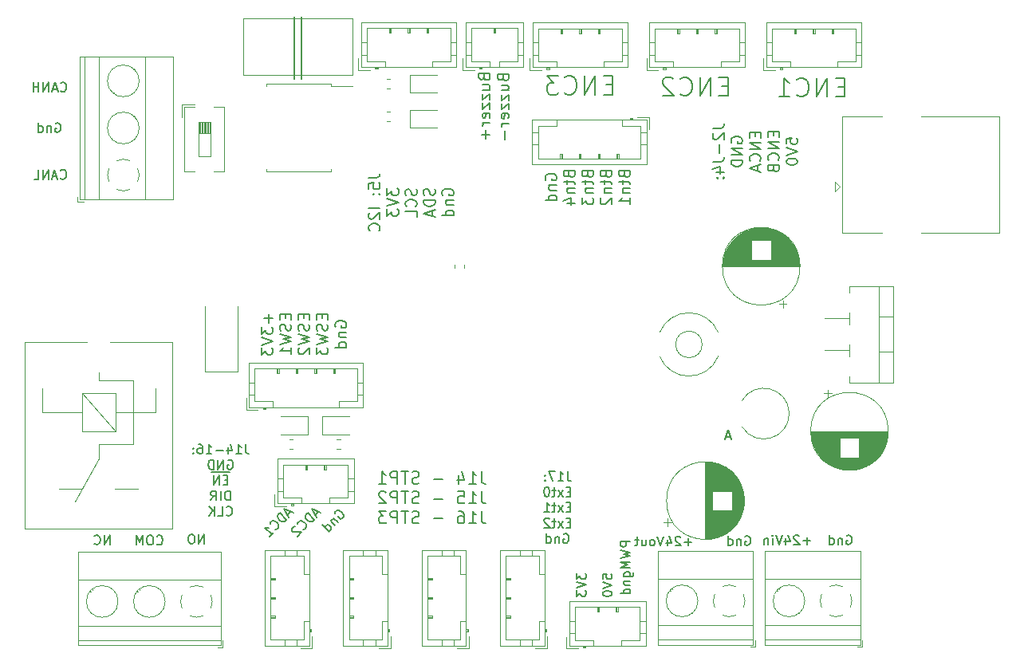
<source format=gbr>
%TF.GenerationSoftware,KiCad,Pcbnew,5.1.10*%
%TF.CreationDate,2021-08-09T17:29:30+03:00*%
%TF.ProjectId,stm32,73746d33-322e-46b6-9963-61645f706362,rev?*%
%TF.SameCoordinates,Original*%
%TF.FileFunction,Legend,Bot*%
%TF.FilePolarity,Positive*%
%FSLAX46Y46*%
G04 Gerber Fmt 4.6, Leading zero omitted, Abs format (unit mm)*
G04 Created by KiCad (PCBNEW 5.1.10) date 2021-08-09 17:29:30*
%MOMM*%
%LPD*%
G01*
G04 APERTURE LIST*
%ADD10C,0.150000*%
%ADD11C,0.120000*%
G04 APERTURE END LIST*
D10*
X81683123Y-126918980D02*
X81683123Y-125918980D01*
X81111695Y-126918980D01*
X81111695Y-125918980D01*
X80445028Y-125918980D02*
X80254552Y-125918980D01*
X80159314Y-125966600D01*
X80064076Y-126061838D01*
X80016457Y-126252314D01*
X80016457Y-126585647D01*
X80064076Y-126776123D01*
X80159314Y-126871361D01*
X80254552Y-126918980D01*
X80445028Y-126918980D01*
X80540266Y-126871361D01*
X80635504Y-126776123D01*
X80683123Y-126585647D01*
X80683123Y-126252314D01*
X80635504Y-126061838D01*
X80540266Y-125966600D01*
X80445028Y-125918980D01*
X76655514Y-126950742D02*
X76703133Y-126998361D01*
X76845990Y-127045980D01*
X76941228Y-127045980D01*
X77084085Y-126998361D01*
X77179323Y-126903123D01*
X77226942Y-126807885D01*
X77274561Y-126617409D01*
X77274561Y-126474552D01*
X77226942Y-126284076D01*
X77179323Y-126188838D01*
X77084085Y-126093600D01*
X76941228Y-126045980D01*
X76845990Y-126045980D01*
X76703133Y-126093600D01*
X76655514Y-126141219D01*
X76036466Y-126045980D02*
X75845990Y-126045980D01*
X75750752Y-126093600D01*
X75655514Y-126188838D01*
X75607895Y-126379314D01*
X75607895Y-126712647D01*
X75655514Y-126903123D01*
X75750752Y-126998361D01*
X75845990Y-127045980D01*
X76036466Y-127045980D01*
X76131704Y-126998361D01*
X76226942Y-126903123D01*
X76274561Y-126712647D01*
X76274561Y-126379314D01*
X76226942Y-126188838D01*
X76131704Y-126093600D01*
X76036466Y-126045980D01*
X75179323Y-127045980D02*
X75179323Y-126045980D01*
X74845990Y-126760266D01*
X74512657Y-126045980D01*
X74512657Y-127045980D01*
X71651714Y-127020580D02*
X71651714Y-126020580D01*
X71080285Y-127020580D01*
X71080285Y-126020580D01*
X70032666Y-126925342D02*
X70080285Y-126972961D01*
X70223142Y-127020580D01*
X70318380Y-127020580D01*
X70461238Y-126972961D01*
X70556476Y-126877723D01*
X70604095Y-126782485D01*
X70651714Y-126592009D01*
X70651714Y-126449152D01*
X70604095Y-126258676D01*
X70556476Y-126163438D01*
X70461238Y-126068200D01*
X70318380Y-126020580D01*
X70223142Y-126020580D01*
X70080285Y-126068200D01*
X70032666Y-126115819D01*
X66427219Y-88114142D02*
X66474838Y-88161761D01*
X66617695Y-88209380D01*
X66712933Y-88209380D01*
X66855790Y-88161761D01*
X66951028Y-88066523D01*
X66998647Y-87971285D01*
X67046266Y-87780809D01*
X67046266Y-87637952D01*
X66998647Y-87447476D01*
X66951028Y-87352238D01*
X66855790Y-87257000D01*
X66712933Y-87209380D01*
X66617695Y-87209380D01*
X66474838Y-87257000D01*
X66427219Y-87304619D01*
X66046266Y-87923666D02*
X65570076Y-87923666D01*
X66141504Y-88209380D02*
X65808171Y-87209380D01*
X65474838Y-88209380D01*
X65141504Y-88209380D02*
X65141504Y-87209380D01*
X64570076Y-88209380D01*
X64570076Y-87209380D01*
X63617695Y-88209380D02*
X64093885Y-88209380D01*
X64093885Y-87209380D01*
X65895457Y-82278600D02*
X65990695Y-82230980D01*
X66133552Y-82230980D01*
X66276409Y-82278600D01*
X66371647Y-82373838D01*
X66419266Y-82469076D01*
X66466885Y-82659552D01*
X66466885Y-82802409D01*
X66419266Y-82992885D01*
X66371647Y-83088123D01*
X66276409Y-83183361D01*
X66133552Y-83230980D01*
X66038314Y-83230980D01*
X65895457Y-83183361D01*
X65847838Y-83135742D01*
X65847838Y-82802409D01*
X66038314Y-82802409D01*
X65419266Y-82564314D02*
X65419266Y-83230980D01*
X65419266Y-82659552D02*
X65371647Y-82611933D01*
X65276409Y-82564314D01*
X65133552Y-82564314D01*
X65038314Y-82611933D01*
X64990695Y-82707171D01*
X64990695Y-83230980D01*
X64085933Y-83230980D02*
X64085933Y-82230980D01*
X64085933Y-83183361D02*
X64181171Y-83230980D01*
X64371647Y-83230980D01*
X64466885Y-83183361D01*
X64514504Y-83135742D01*
X64562123Y-83040504D01*
X64562123Y-82754790D01*
X64514504Y-82659552D01*
X64466885Y-82611933D01*
X64371647Y-82564314D01*
X64181171Y-82564314D01*
X64085933Y-82611933D01*
X66444666Y-78843142D02*
X66492285Y-78890761D01*
X66635142Y-78938380D01*
X66730380Y-78938380D01*
X66873238Y-78890761D01*
X66968476Y-78795523D01*
X67016095Y-78700285D01*
X67063714Y-78509809D01*
X67063714Y-78366952D01*
X67016095Y-78176476D01*
X66968476Y-78081238D01*
X66873238Y-77986000D01*
X66730380Y-77938380D01*
X66635142Y-77938380D01*
X66492285Y-77986000D01*
X66444666Y-78033619D01*
X66063714Y-78652666D02*
X65587523Y-78652666D01*
X66158952Y-78938380D02*
X65825619Y-77938380D01*
X65492285Y-78938380D01*
X65158952Y-78938380D02*
X65158952Y-77938380D01*
X64587523Y-78938380D01*
X64587523Y-77938380D01*
X64111333Y-78938380D02*
X64111333Y-77938380D01*
X64111333Y-78414571D02*
X63539904Y-78414571D01*
X63539904Y-78938380D02*
X63539904Y-77938380D01*
X99151057Y-88078000D02*
X100008200Y-88078000D01*
X100179628Y-88020857D01*
X100293914Y-87906571D01*
X100351057Y-87735142D01*
X100351057Y-87620857D01*
X99151057Y-89220857D02*
X99151057Y-88649428D01*
X99722485Y-88592285D01*
X99665342Y-88649428D01*
X99608200Y-88763714D01*
X99608200Y-89049428D01*
X99665342Y-89163714D01*
X99722485Y-89220857D01*
X99836771Y-89278000D01*
X100122485Y-89278000D01*
X100236771Y-89220857D01*
X100293914Y-89163714D01*
X100351057Y-89049428D01*
X100351057Y-88763714D01*
X100293914Y-88649428D01*
X100236771Y-88592285D01*
X100236771Y-89792285D02*
X100293914Y-89849428D01*
X100351057Y-89792285D01*
X100293914Y-89735142D01*
X100236771Y-89792285D01*
X100351057Y-89792285D01*
X99608200Y-89792285D02*
X99665342Y-89849428D01*
X99722485Y-89792285D01*
X99665342Y-89735142D01*
X99608200Y-89792285D01*
X99722485Y-89792285D01*
X100351057Y-91278000D02*
X99151057Y-91278000D01*
X99265342Y-91792285D02*
X99208200Y-91849428D01*
X99151057Y-91963714D01*
X99151057Y-92249428D01*
X99208200Y-92363714D01*
X99265342Y-92420857D01*
X99379628Y-92478000D01*
X99493914Y-92478000D01*
X99665342Y-92420857D01*
X100351057Y-91735142D01*
X100351057Y-92478000D01*
X100236771Y-93678000D02*
X100293914Y-93620857D01*
X100351057Y-93449428D01*
X100351057Y-93335142D01*
X100293914Y-93163714D01*
X100179628Y-93049428D01*
X100065342Y-92992285D01*
X99836771Y-92935142D01*
X99665342Y-92935142D01*
X99436771Y-92992285D01*
X99322485Y-93049428D01*
X99208200Y-93163714D01*
X99151057Y-93335142D01*
X99151057Y-93449428D01*
X99208200Y-93620857D01*
X99265342Y-93678000D01*
X101101057Y-89192285D02*
X101101057Y-89935142D01*
X101558200Y-89535142D01*
X101558200Y-89706571D01*
X101615342Y-89820857D01*
X101672485Y-89878000D01*
X101786771Y-89935142D01*
X102072485Y-89935142D01*
X102186771Y-89878000D01*
X102243914Y-89820857D01*
X102301057Y-89706571D01*
X102301057Y-89363714D01*
X102243914Y-89249428D01*
X102186771Y-89192285D01*
X101101057Y-90278000D02*
X102301057Y-90678000D01*
X101101057Y-91078000D01*
X101101057Y-91363714D02*
X101101057Y-92106571D01*
X101558200Y-91706571D01*
X101558200Y-91878000D01*
X101615342Y-91992285D01*
X101672485Y-92049428D01*
X101786771Y-92106571D01*
X102072485Y-92106571D01*
X102186771Y-92049428D01*
X102243914Y-91992285D01*
X102301057Y-91878000D01*
X102301057Y-91535142D01*
X102243914Y-91420857D01*
X102186771Y-91363714D01*
X104193914Y-89249428D02*
X104251057Y-89420857D01*
X104251057Y-89706571D01*
X104193914Y-89820857D01*
X104136771Y-89878000D01*
X104022485Y-89935142D01*
X103908200Y-89935142D01*
X103793914Y-89878000D01*
X103736771Y-89820857D01*
X103679628Y-89706571D01*
X103622485Y-89478000D01*
X103565342Y-89363714D01*
X103508200Y-89306571D01*
X103393914Y-89249428D01*
X103279628Y-89249428D01*
X103165342Y-89306571D01*
X103108200Y-89363714D01*
X103051057Y-89478000D01*
X103051057Y-89763714D01*
X103108200Y-89935142D01*
X104136771Y-91135142D02*
X104193914Y-91078000D01*
X104251057Y-90906571D01*
X104251057Y-90792285D01*
X104193914Y-90620857D01*
X104079628Y-90506571D01*
X103965342Y-90449428D01*
X103736771Y-90392285D01*
X103565342Y-90392285D01*
X103336771Y-90449428D01*
X103222485Y-90506571D01*
X103108200Y-90620857D01*
X103051057Y-90792285D01*
X103051057Y-90906571D01*
X103108200Y-91078000D01*
X103165342Y-91135142D01*
X104251057Y-92220857D02*
X104251057Y-91649428D01*
X103051057Y-91649428D01*
X106143914Y-89220857D02*
X106201057Y-89392285D01*
X106201057Y-89678000D01*
X106143914Y-89792285D01*
X106086771Y-89849428D01*
X105972485Y-89906571D01*
X105858200Y-89906571D01*
X105743914Y-89849428D01*
X105686771Y-89792285D01*
X105629628Y-89678000D01*
X105572485Y-89449428D01*
X105515342Y-89335142D01*
X105458200Y-89278000D01*
X105343914Y-89220857D01*
X105229628Y-89220857D01*
X105115342Y-89278000D01*
X105058200Y-89335142D01*
X105001057Y-89449428D01*
X105001057Y-89735142D01*
X105058200Y-89906571D01*
X106201057Y-90420857D02*
X105001057Y-90420857D01*
X105001057Y-90706571D01*
X105058200Y-90878000D01*
X105172485Y-90992285D01*
X105286771Y-91049428D01*
X105515342Y-91106571D01*
X105686771Y-91106571D01*
X105915342Y-91049428D01*
X106029628Y-90992285D01*
X106143914Y-90878000D01*
X106201057Y-90706571D01*
X106201057Y-90420857D01*
X105858200Y-91563714D02*
X105858200Y-92135142D01*
X106201057Y-91449428D02*
X105001057Y-91849428D01*
X106201057Y-92249428D01*
X107008200Y-89906571D02*
X106951057Y-89792285D01*
X106951057Y-89620857D01*
X107008200Y-89449428D01*
X107122485Y-89335142D01*
X107236771Y-89278000D01*
X107465342Y-89220857D01*
X107636771Y-89220857D01*
X107865342Y-89278000D01*
X107979628Y-89335142D01*
X108093914Y-89449428D01*
X108151057Y-89620857D01*
X108151057Y-89735142D01*
X108093914Y-89906571D01*
X108036771Y-89963714D01*
X107636771Y-89963714D01*
X107636771Y-89735142D01*
X107351057Y-90478000D02*
X108151057Y-90478000D01*
X107465342Y-90478000D02*
X107408200Y-90535142D01*
X107351057Y-90649428D01*
X107351057Y-90820857D01*
X107408200Y-90935142D01*
X107522485Y-90992285D01*
X108151057Y-90992285D01*
X108151057Y-92078000D02*
X106951057Y-92078000D01*
X108093914Y-92078000D02*
X108151057Y-91963714D01*
X108151057Y-91735142D01*
X108093914Y-91620857D01*
X108036771Y-91563714D01*
X107922485Y-91506571D01*
X107579628Y-91506571D01*
X107465342Y-91563714D01*
X107408200Y-91620857D01*
X107351057Y-91735142D01*
X107351057Y-91963714D01*
X107408200Y-92078000D01*
X113401485Y-77460857D02*
X113458628Y-77632285D01*
X113515771Y-77689428D01*
X113630057Y-77746571D01*
X113801485Y-77746571D01*
X113915771Y-77689428D01*
X113972914Y-77632285D01*
X114030057Y-77518000D01*
X114030057Y-77060857D01*
X112830057Y-77060857D01*
X112830057Y-77460857D01*
X112887200Y-77575142D01*
X112944342Y-77632285D01*
X113058628Y-77689428D01*
X113172914Y-77689428D01*
X113287200Y-77632285D01*
X113344342Y-77575142D01*
X113401485Y-77460857D01*
X113401485Y-77060857D01*
X113230057Y-78775142D02*
X114030057Y-78775142D01*
X113230057Y-78260857D02*
X113858628Y-78260857D01*
X113972914Y-78318000D01*
X114030057Y-78432285D01*
X114030057Y-78603714D01*
X113972914Y-78718000D01*
X113915771Y-78775142D01*
X113230057Y-79232285D02*
X113230057Y-79860857D01*
X114030057Y-79232285D01*
X114030057Y-79860857D01*
X113230057Y-80203714D02*
X113230057Y-80832285D01*
X114030057Y-80203714D01*
X114030057Y-80832285D01*
X113972914Y-81746571D02*
X114030057Y-81632285D01*
X114030057Y-81403714D01*
X113972914Y-81289428D01*
X113858628Y-81232285D01*
X113401485Y-81232285D01*
X113287200Y-81289428D01*
X113230057Y-81403714D01*
X113230057Y-81632285D01*
X113287200Y-81746571D01*
X113401485Y-81803714D01*
X113515771Y-81803714D01*
X113630057Y-81232285D01*
X114030057Y-82318000D02*
X113230057Y-82318000D01*
X113458628Y-82318000D02*
X113344342Y-82375142D01*
X113287200Y-82432285D01*
X113230057Y-82546571D01*
X113230057Y-82660857D01*
X113572914Y-83060857D02*
X113572914Y-83975142D01*
X111394885Y-77410057D02*
X111452028Y-77581485D01*
X111509171Y-77638628D01*
X111623457Y-77695771D01*
X111794885Y-77695771D01*
X111909171Y-77638628D01*
X111966314Y-77581485D01*
X112023457Y-77467200D01*
X112023457Y-77010057D01*
X110823457Y-77010057D01*
X110823457Y-77410057D01*
X110880600Y-77524342D01*
X110937742Y-77581485D01*
X111052028Y-77638628D01*
X111166314Y-77638628D01*
X111280600Y-77581485D01*
X111337742Y-77524342D01*
X111394885Y-77410057D01*
X111394885Y-77010057D01*
X111223457Y-78724342D02*
X112023457Y-78724342D01*
X111223457Y-78210057D02*
X111852028Y-78210057D01*
X111966314Y-78267200D01*
X112023457Y-78381485D01*
X112023457Y-78552914D01*
X111966314Y-78667200D01*
X111909171Y-78724342D01*
X111223457Y-79181485D02*
X111223457Y-79810057D01*
X112023457Y-79181485D01*
X112023457Y-79810057D01*
X111223457Y-80152914D02*
X111223457Y-80781485D01*
X112023457Y-80152914D01*
X112023457Y-80781485D01*
X111966314Y-81695771D02*
X112023457Y-81581485D01*
X112023457Y-81352914D01*
X111966314Y-81238628D01*
X111852028Y-81181485D01*
X111394885Y-81181485D01*
X111280600Y-81238628D01*
X111223457Y-81352914D01*
X111223457Y-81581485D01*
X111280600Y-81695771D01*
X111394885Y-81752914D01*
X111509171Y-81752914D01*
X111623457Y-81181485D01*
X112023457Y-82267200D02*
X111223457Y-82267200D01*
X111452028Y-82267200D02*
X111337742Y-82324342D01*
X111280600Y-82381485D01*
X111223457Y-82495771D01*
X111223457Y-82610057D01*
X111566314Y-83010057D02*
X111566314Y-83924342D01*
X112023457Y-83467200D02*
X111109171Y-83467200D01*
X111108547Y-119260495D02*
X111108547Y-120189066D01*
X111170452Y-120374780D01*
X111294261Y-120498590D01*
X111479976Y-120560495D01*
X111603785Y-120560495D01*
X109808547Y-120560495D02*
X110551404Y-120560495D01*
X110179976Y-120560495D02*
X110179976Y-119260495D01*
X110303785Y-119446209D01*
X110427595Y-119570019D01*
X110551404Y-119631923D01*
X108694261Y-119693828D02*
X108694261Y-120560495D01*
X109003785Y-119198590D02*
X109313309Y-120127161D01*
X108508547Y-120127161D01*
X107022833Y-120065257D02*
X106032357Y-120065257D01*
X104484738Y-120498590D02*
X104299023Y-120560495D01*
X103989500Y-120560495D01*
X103865690Y-120498590D01*
X103803785Y-120436685D01*
X103741880Y-120312876D01*
X103741880Y-120189066D01*
X103803785Y-120065257D01*
X103865690Y-120003352D01*
X103989500Y-119941447D01*
X104237119Y-119879542D01*
X104360928Y-119817638D01*
X104422833Y-119755733D01*
X104484738Y-119631923D01*
X104484738Y-119508114D01*
X104422833Y-119384304D01*
X104360928Y-119322400D01*
X104237119Y-119260495D01*
X103927595Y-119260495D01*
X103741880Y-119322400D01*
X103370452Y-119260495D02*
X102627595Y-119260495D01*
X102999023Y-120560495D02*
X102999023Y-119260495D01*
X102194261Y-120560495D02*
X102194261Y-119260495D01*
X101699023Y-119260495D01*
X101575214Y-119322400D01*
X101513309Y-119384304D01*
X101451404Y-119508114D01*
X101451404Y-119693828D01*
X101513309Y-119817638D01*
X101575214Y-119879542D01*
X101699023Y-119941447D01*
X102194261Y-119941447D01*
X100213309Y-120560495D02*
X100956166Y-120560495D01*
X100584738Y-120560495D02*
X100584738Y-119260495D01*
X100708547Y-119446209D01*
X100832357Y-119570019D01*
X100956166Y-119631923D01*
X111108547Y-121360495D02*
X111108547Y-122289066D01*
X111170452Y-122474780D01*
X111294261Y-122598590D01*
X111479976Y-122660495D01*
X111603785Y-122660495D01*
X109808547Y-122660495D02*
X110551404Y-122660495D01*
X110179976Y-122660495D02*
X110179976Y-121360495D01*
X110303785Y-121546209D01*
X110427595Y-121670019D01*
X110551404Y-121731923D01*
X108632357Y-121360495D02*
X109251404Y-121360495D01*
X109313309Y-121979542D01*
X109251404Y-121917638D01*
X109127595Y-121855733D01*
X108818071Y-121855733D01*
X108694261Y-121917638D01*
X108632357Y-121979542D01*
X108570452Y-122103352D01*
X108570452Y-122412876D01*
X108632357Y-122536685D01*
X108694261Y-122598590D01*
X108818071Y-122660495D01*
X109127595Y-122660495D01*
X109251404Y-122598590D01*
X109313309Y-122536685D01*
X107022833Y-122165257D02*
X106032357Y-122165257D01*
X104484738Y-122598590D02*
X104299023Y-122660495D01*
X103989500Y-122660495D01*
X103865690Y-122598590D01*
X103803785Y-122536685D01*
X103741880Y-122412876D01*
X103741880Y-122289066D01*
X103803785Y-122165257D01*
X103865690Y-122103352D01*
X103989500Y-122041447D01*
X104237119Y-121979542D01*
X104360928Y-121917638D01*
X104422833Y-121855733D01*
X104484738Y-121731923D01*
X104484738Y-121608114D01*
X104422833Y-121484304D01*
X104360928Y-121422400D01*
X104237119Y-121360495D01*
X103927595Y-121360495D01*
X103741880Y-121422400D01*
X103370452Y-121360495D02*
X102627595Y-121360495D01*
X102999023Y-122660495D02*
X102999023Y-121360495D01*
X102194261Y-122660495D02*
X102194261Y-121360495D01*
X101699023Y-121360495D01*
X101575214Y-121422400D01*
X101513309Y-121484304D01*
X101451404Y-121608114D01*
X101451404Y-121793828D01*
X101513309Y-121917638D01*
X101575214Y-121979542D01*
X101699023Y-122041447D01*
X102194261Y-122041447D01*
X100956166Y-121484304D02*
X100894261Y-121422400D01*
X100770452Y-121360495D01*
X100460928Y-121360495D01*
X100337119Y-121422400D01*
X100275214Y-121484304D01*
X100213309Y-121608114D01*
X100213309Y-121731923D01*
X100275214Y-121917638D01*
X101018071Y-122660495D01*
X100213309Y-122660495D01*
X111108547Y-123460495D02*
X111108547Y-124389066D01*
X111170452Y-124574780D01*
X111294261Y-124698590D01*
X111479976Y-124760495D01*
X111603785Y-124760495D01*
X109808547Y-124760495D02*
X110551404Y-124760495D01*
X110179976Y-124760495D02*
X110179976Y-123460495D01*
X110303785Y-123646209D01*
X110427595Y-123770019D01*
X110551404Y-123831923D01*
X108694261Y-123460495D02*
X108941880Y-123460495D01*
X109065690Y-123522400D01*
X109127595Y-123584304D01*
X109251404Y-123770019D01*
X109313309Y-124017638D01*
X109313309Y-124512876D01*
X109251404Y-124636685D01*
X109189500Y-124698590D01*
X109065690Y-124760495D01*
X108818071Y-124760495D01*
X108694261Y-124698590D01*
X108632357Y-124636685D01*
X108570452Y-124512876D01*
X108570452Y-124203352D01*
X108632357Y-124079542D01*
X108694261Y-124017638D01*
X108818071Y-123955733D01*
X109065690Y-123955733D01*
X109189500Y-124017638D01*
X109251404Y-124079542D01*
X109313309Y-124203352D01*
X107022833Y-124265257D02*
X106032357Y-124265257D01*
X104484738Y-124698590D02*
X104299023Y-124760495D01*
X103989500Y-124760495D01*
X103865690Y-124698590D01*
X103803785Y-124636685D01*
X103741880Y-124512876D01*
X103741880Y-124389066D01*
X103803785Y-124265257D01*
X103865690Y-124203352D01*
X103989500Y-124141447D01*
X104237119Y-124079542D01*
X104360928Y-124017638D01*
X104422833Y-123955733D01*
X104484738Y-123831923D01*
X104484738Y-123708114D01*
X104422833Y-123584304D01*
X104360928Y-123522400D01*
X104237119Y-123460495D01*
X103927595Y-123460495D01*
X103741880Y-123522400D01*
X103370452Y-123460495D02*
X102627595Y-123460495D01*
X102999023Y-124760495D02*
X102999023Y-123460495D01*
X102194261Y-124760495D02*
X102194261Y-123460495D01*
X101699023Y-123460495D01*
X101575214Y-123522400D01*
X101513309Y-123584304D01*
X101451404Y-123708114D01*
X101451404Y-123893828D01*
X101513309Y-124017638D01*
X101575214Y-124079542D01*
X101699023Y-124141447D01*
X102194261Y-124141447D01*
X101018071Y-123460495D02*
X100213309Y-123460495D01*
X100646642Y-123955733D01*
X100460928Y-123955733D01*
X100337119Y-124017638D01*
X100275214Y-124079542D01*
X100213309Y-124203352D01*
X100213309Y-124512876D01*
X100275214Y-124636685D01*
X100337119Y-124698590D01*
X100460928Y-124760495D01*
X100832357Y-124760495D01*
X100956166Y-124698590D01*
X101018071Y-124636685D01*
X125018371Y-78190742D02*
X124351704Y-78190742D01*
X124065990Y-79238361D02*
X125018371Y-79238361D01*
X125018371Y-77238361D01*
X124065990Y-77238361D01*
X123208847Y-79238361D02*
X123208847Y-77238361D01*
X122065990Y-79238361D01*
X122065990Y-77238361D01*
X119970752Y-79047885D02*
X120065990Y-79143123D01*
X120351704Y-79238361D01*
X120542180Y-79238361D01*
X120827895Y-79143123D01*
X121018371Y-78952647D01*
X121113609Y-78762171D01*
X121208847Y-78381219D01*
X121208847Y-78095504D01*
X121113609Y-77714552D01*
X121018371Y-77524076D01*
X120827895Y-77333600D01*
X120542180Y-77238361D01*
X120351704Y-77238361D01*
X120065990Y-77333600D01*
X119970752Y-77428838D01*
X119304085Y-77238361D02*
X118065990Y-77238361D01*
X118732657Y-78000266D01*
X118446942Y-78000266D01*
X118256466Y-78095504D01*
X118161228Y-78190742D01*
X118065990Y-78381219D01*
X118065990Y-78857409D01*
X118161228Y-79047885D01*
X118256466Y-79143123D01*
X118446942Y-79238361D01*
X119018371Y-79238361D01*
X119208847Y-79143123D01*
X119304085Y-79047885D01*
X137286571Y-78343142D02*
X136619904Y-78343142D01*
X136334190Y-79390761D02*
X137286571Y-79390761D01*
X137286571Y-77390761D01*
X136334190Y-77390761D01*
X135477047Y-79390761D02*
X135477047Y-77390761D01*
X134334190Y-79390761D01*
X134334190Y-77390761D01*
X132238952Y-79200285D02*
X132334190Y-79295523D01*
X132619904Y-79390761D01*
X132810380Y-79390761D01*
X133096095Y-79295523D01*
X133286571Y-79105047D01*
X133381809Y-78914571D01*
X133477047Y-78533619D01*
X133477047Y-78247904D01*
X133381809Y-77866952D01*
X133286571Y-77676476D01*
X133096095Y-77486000D01*
X132810380Y-77390761D01*
X132619904Y-77390761D01*
X132334190Y-77486000D01*
X132238952Y-77581238D01*
X131477047Y-77581238D02*
X131381809Y-77486000D01*
X131191333Y-77390761D01*
X130715142Y-77390761D01*
X130524666Y-77486000D01*
X130429428Y-77581238D01*
X130334190Y-77771714D01*
X130334190Y-77962190D01*
X130429428Y-78247904D01*
X131572285Y-79390761D01*
X130334190Y-79390761D01*
X149656371Y-78419342D02*
X148989704Y-78419342D01*
X148703990Y-79466961D02*
X149656371Y-79466961D01*
X149656371Y-77466961D01*
X148703990Y-77466961D01*
X147846847Y-79466961D02*
X147846847Y-77466961D01*
X146703990Y-79466961D01*
X146703990Y-77466961D01*
X144608752Y-79276485D02*
X144703990Y-79371723D01*
X144989704Y-79466961D01*
X145180180Y-79466961D01*
X145465895Y-79371723D01*
X145656371Y-79181247D01*
X145751609Y-78990771D01*
X145846847Y-78609819D01*
X145846847Y-78324104D01*
X145751609Y-77943152D01*
X145656371Y-77752676D01*
X145465895Y-77562200D01*
X145180180Y-77466961D01*
X144989704Y-77466961D01*
X144703990Y-77562200D01*
X144608752Y-77657438D01*
X142703990Y-79466961D02*
X143846847Y-79466961D01*
X143275419Y-79466961D02*
X143275419Y-77466961D01*
X143465895Y-77752676D01*
X143656371Y-77943152D01*
X143846847Y-78038390D01*
X135676257Y-82810657D02*
X136533400Y-82810657D01*
X136704828Y-82753514D01*
X136819114Y-82639228D01*
X136876257Y-82467800D01*
X136876257Y-82353514D01*
X135790542Y-83324942D02*
X135733400Y-83382085D01*
X135676257Y-83496371D01*
X135676257Y-83782085D01*
X135733400Y-83896371D01*
X135790542Y-83953514D01*
X135904828Y-84010657D01*
X136019114Y-84010657D01*
X136190542Y-83953514D01*
X136876257Y-83267800D01*
X136876257Y-84010657D01*
X136419114Y-84524942D02*
X136419114Y-85439228D01*
X135676257Y-86353514D02*
X136533400Y-86353514D01*
X136704828Y-86296371D01*
X136819114Y-86182085D01*
X136876257Y-86010657D01*
X136876257Y-85896371D01*
X136076257Y-87439228D02*
X136876257Y-87439228D01*
X135619114Y-87153514D02*
X136476257Y-86867800D01*
X136476257Y-87610657D01*
X136761971Y-88067800D02*
X136819114Y-88124942D01*
X136876257Y-88067800D01*
X136819114Y-88010657D01*
X136761971Y-88067800D01*
X136876257Y-88067800D01*
X136133400Y-88067800D02*
X136190542Y-88124942D01*
X136247685Y-88067800D01*
X136190542Y-88010657D01*
X136133400Y-88067800D01*
X136247685Y-88067800D01*
X137683400Y-84353514D02*
X137626257Y-84239228D01*
X137626257Y-84067800D01*
X137683400Y-83896371D01*
X137797685Y-83782085D01*
X137911971Y-83724942D01*
X138140542Y-83667800D01*
X138311971Y-83667800D01*
X138540542Y-83724942D01*
X138654828Y-83782085D01*
X138769114Y-83896371D01*
X138826257Y-84067800D01*
X138826257Y-84182085D01*
X138769114Y-84353514D01*
X138711971Y-84410657D01*
X138311971Y-84410657D01*
X138311971Y-84182085D01*
X138826257Y-84924942D02*
X137626257Y-84924942D01*
X138826257Y-85610657D01*
X137626257Y-85610657D01*
X138826257Y-86182085D02*
X137626257Y-86182085D01*
X137626257Y-86467800D01*
X137683400Y-86639228D01*
X137797685Y-86753514D01*
X137911971Y-86810657D01*
X138140542Y-86867800D01*
X138311971Y-86867800D01*
X138540542Y-86810657D01*
X138654828Y-86753514D01*
X138769114Y-86639228D01*
X138826257Y-86467800D01*
X138826257Y-86182085D01*
X140147685Y-83267800D02*
X140147685Y-83667800D01*
X140776257Y-83839228D02*
X140776257Y-83267800D01*
X139576257Y-83267800D01*
X139576257Y-83839228D01*
X140776257Y-84353514D02*
X139576257Y-84353514D01*
X140776257Y-85039228D01*
X139576257Y-85039228D01*
X140661971Y-86296371D02*
X140719114Y-86239228D01*
X140776257Y-86067800D01*
X140776257Y-85953514D01*
X140719114Y-85782085D01*
X140604828Y-85667800D01*
X140490542Y-85610657D01*
X140261971Y-85553514D01*
X140090542Y-85553514D01*
X139861971Y-85610657D01*
X139747685Y-85667800D01*
X139633400Y-85782085D01*
X139576257Y-85953514D01*
X139576257Y-86067800D01*
X139633400Y-86239228D01*
X139690542Y-86296371D01*
X140433400Y-86753514D02*
X140433400Y-87324942D01*
X140776257Y-86639228D02*
X139576257Y-87039228D01*
X140776257Y-87439228D01*
X142097685Y-83182085D02*
X142097685Y-83582085D01*
X142726257Y-83753514D02*
X142726257Y-83182085D01*
X141526257Y-83182085D01*
X141526257Y-83753514D01*
X142726257Y-84267800D02*
X141526257Y-84267800D01*
X142726257Y-84953514D01*
X141526257Y-84953514D01*
X142611971Y-86210657D02*
X142669114Y-86153514D01*
X142726257Y-85982085D01*
X142726257Y-85867800D01*
X142669114Y-85696371D01*
X142554828Y-85582085D01*
X142440542Y-85524942D01*
X142211971Y-85467800D01*
X142040542Y-85467800D01*
X141811971Y-85524942D01*
X141697685Y-85582085D01*
X141583400Y-85696371D01*
X141526257Y-85867800D01*
X141526257Y-85982085D01*
X141583400Y-86153514D01*
X141640542Y-86210657D01*
X142097685Y-87124942D02*
X142154828Y-87296371D01*
X142211971Y-87353514D01*
X142326257Y-87410657D01*
X142497685Y-87410657D01*
X142611971Y-87353514D01*
X142669114Y-87296371D01*
X142726257Y-87182085D01*
X142726257Y-86724942D01*
X141526257Y-86724942D01*
X141526257Y-87124942D01*
X141583400Y-87239228D01*
X141640542Y-87296371D01*
X141754828Y-87353514D01*
X141869114Y-87353514D01*
X141983400Y-87296371D01*
X142040542Y-87239228D01*
X142097685Y-87124942D01*
X142097685Y-86724942D01*
X143476257Y-84467800D02*
X143476257Y-83896371D01*
X144047685Y-83839228D01*
X143990542Y-83896371D01*
X143933400Y-84010657D01*
X143933400Y-84296371D01*
X143990542Y-84410657D01*
X144047685Y-84467800D01*
X144161971Y-84524942D01*
X144447685Y-84524942D01*
X144561971Y-84467800D01*
X144619114Y-84410657D01*
X144676257Y-84296371D01*
X144676257Y-84010657D01*
X144619114Y-83896371D01*
X144561971Y-83839228D01*
X143476257Y-84867800D02*
X144676257Y-85267800D01*
X143476257Y-85667800D01*
X143476257Y-86296371D02*
X143476257Y-86410657D01*
X143533400Y-86524942D01*
X143590542Y-86582085D01*
X143704828Y-86639228D01*
X143933400Y-86696371D01*
X144219114Y-86696371D01*
X144447685Y-86639228D01*
X144561971Y-86582085D01*
X144619114Y-86524942D01*
X144676257Y-86410657D01*
X144676257Y-86296371D01*
X144619114Y-86182085D01*
X144561971Y-86124942D01*
X144447685Y-86067800D01*
X144219114Y-86010657D01*
X143933400Y-86010657D01*
X143704828Y-86067800D01*
X143590542Y-86124942D01*
X143533400Y-86182085D01*
X143476257Y-86296371D01*
X117953400Y-88306371D02*
X117896257Y-88192085D01*
X117896257Y-88020657D01*
X117953400Y-87849228D01*
X118067685Y-87734942D01*
X118181971Y-87677800D01*
X118410542Y-87620657D01*
X118581971Y-87620657D01*
X118810542Y-87677800D01*
X118924828Y-87734942D01*
X119039114Y-87849228D01*
X119096257Y-88020657D01*
X119096257Y-88134942D01*
X119039114Y-88306371D01*
X118981971Y-88363514D01*
X118581971Y-88363514D01*
X118581971Y-88134942D01*
X118296257Y-88877800D02*
X119096257Y-88877800D01*
X118410542Y-88877800D02*
X118353400Y-88934942D01*
X118296257Y-89049228D01*
X118296257Y-89220657D01*
X118353400Y-89334942D01*
X118467685Y-89392085D01*
X119096257Y-89392085D01*
X119096257Y-90477800D02*
X117896257Y-90477800D01*
X119039114Y-90477800D02*
X119096257Y-90363514D01*
X119096257Y-90134942D01*
X119039114Y-90020657D01*
X118981971Y-89963514D01*
X118867685Y-89906371D01*
X118524828Y-89906371D01*
X118410542Y-89963514D01*
X118353400Y-90020657D01*
X118296257Y-90134942D01*
X118296257Y-90363514D01*
X118353400Y-90477800D01*
X120417685Y-87706371D02*
X120474828Y-87877800D01*
X120531971Y-87934942D01*
X120646257Y-87992085D01*
X120817685Y-87992085D01*
X120931971Y-87934942D01*
X120989114Y-87877800D01*
X121046257Y-87763514D01*
X121046257Y-87306371D01*
X119846257Y-87306371D01*
X119846257Y-87706371D01*
X119903400Y-87820657D01*
X119960542Y-87877800D01*
X120074828Y-87934942D01*
X120189114Y-87934942D01*
X120303400Y-87877800D01*
X120360542Y-87820657D01*
X120417685Y-87706371D01*
X120417685Y-87306371D01*
X120246257Y-88334942D02*
X120246257Y-88792085D01*
X119846257Y-88506371D02*
X120874828Y-88506371D01*
X120989114Y-88563514D01*
X121046257Y-88677800D01*
X121046257Y-88792085D01*
X120246257Y-89192085D02*
X121046257Y-89192085D01*
X120360542Y-89192085D02*
X120303400Y-89249228D01*
X120246257Y-89363514D01*
X120246257Y-89534942D01*
X120303400Y-89649228D01*
X120417685Y-89706371D01*
X121046257Y-89706371D01*
X120246257Y-90792085D02*
X121046257Y-90792085D01*
X119789114Y-90506371D02*
X120646257Y-90220657D01*
X120646257Y-90963514D01*
X122367685Y-87706371D02*
X122424828Y-87877800D01*
X122481971Y-87934942D01*
X122596257Y-87992085D01*
X122767685Y-87992085D01*
X122881971Y-87934942D01*
X122939114Y-87877800D01*
X122996257Y-87763514D01*
X122996257Y-87306371D01*
X121796257Y-87306371D01*
X121796257Y-87706371D01*
X121853400Y-87820657D01*
X121910542Y-87877800D01*
X122024828Y-87934942D01*
X122139114Y-87934942D01*
X122253400Y-87877800D01*
X122310542Y-87820657D01*
X122367685Y-87706371D01*
X122367685Y-87306371D01*
X122196257Y-88334942D02*
X122196257Y-88792085D01*
X121796257Y-88506371D02*
X122824828Y-88506371D01*
X122939114Y-88563514D01*
X122996257Y-88677800D01*
X122996257Y-88792085D01*
X122196257Y-89192085D02*
X122996257Y-89192085D01*
X122310542Y-89192085D02*
X122253400Y-89249228D01*
X122196257Y-89363514D01*
X122196257Y-89534942D01*
X122253400Y-89649228D01*
X122367685Y-89706371D01*
X122996257Y-89706371D01*
X121796257Y-90163514D02*
X121796257Y-90906371D01*
X122253400Y-90506371D01*
X122253400Y-90677800D01*
X122310542Y-90792085D01*
X122367685Y-90849228D01*
X122481971Y-90906371D01*
X122767685Y-90906371D01*
X122881971Y-90849228D01*
X122939114Y-90792085D01*
X122996257Y-90677800D01*
X122996257Y-90334942D01*
X122939114Y-90220657D01*
X122881971Y-90163514D01*
X124317685Y-87706371D02*
X124374828Y-87877800D01*
X124431971Y-87934942D01*
X124546257Y-87992085D01*
X124717685Y-87992085D01*
X124831971Y-87934942D01*
X124889114Y-87877800D01*
X124946257Y-87763514D01*
X124946257Y-87306371D01*
X123746257Y-87306371D01*
X123746257Y-87706371D01*
X123803400Y-87820657D01*
X123860542Y-87877800D01*
X123974828Y-87934942D01*
X124089114Y-87934942D01*
X124203400Y-87877800D01*
X124260542Y-87820657D01*
X124317685Y-87706371D01*
X124317685Y-87306371D01*
X124146257Y-88334942D02*
X124146257Y-88792085D01*
X123746257Y-88506371D02*
X124774828Y-88506371D01*
X124889114Y-88563514D01*
X124946257Y-88677800D01*
X124946257Y-88792085D01*
X124146257Y-89192085D02*
X124946257Y-89192085D01*
X124260542Y-89192085D02*
X124203400Y-89249228D01*
X124146257Y-89363514D01*
X124146257Y-89534942D01*
X124203400Y-89649228D01*
X124317685Y-89706371D01*
X124946257Y-89706371D01*
X123860542Y-90220657D02*
X123803400Y-90277800D01*
X123746257Y-90392085D01*
X123746257Y-90677800D01*
X123803400Y-90792085D01*
X123860542Y-90849228D01*
X123974828Y-90906371D01*
X124089114Y-90906371D01*
X124260542Y-90849228D01*
X124946257Y-90163514D01*
X124946257Y-90906371D01*
X126267685Y-87706371D02*
X126324828Y-87877800D01*
X126381971Y-87934942D01*
X126496257Y-87992085D01*
X126667685Y-87992085D01*
X126781971Y-87934942D01*
X126839114Y-87877800D01*
X126896257Y-87763514D01*
X126896257Y-87306371D01*
X125696257Y-87306371D01*
X125696257Y-87706371D01*
X125753400Y-87820657D01*
X125810542Y-87877800D01*
X125924828Y-87934942D01*
X126039114Y-87934942D01*
X126153400Y-87877800D01*
X126210542Y-87820657D01*
X126267685Y-87706371D01*
X126267685Y-87306371D01*
X126096257Y-88334942D02*
X126096257Y-88792085D01*
X125696257Y-88506371D02*
X126724828Y-88506371D01*
X126839114Y-88563514D01*
X126896257Y-88677800D01*
X126896257Y-88792085D01*
X126096257Y-89192085D02*
X126896257Y-89192085D01*
X126210542Y-89192085D02*
X126153400Y-89249228D01*
X126096257Y-89363514D01*
X126096257Y-89534942D01*
X126153400Y-89649228D01*
X126267685Y-89706371D01*
X126896257Y-89706371D01*
X126896257Y-90906371D02*
X126896257Y-90220657D01*
X126896257Y-90563514D02*
X125696257Y-90563514D01*
X125867685Y-90449228D01*
X125981971Y-90334942D01*
X126039114Y-90220657D01*
X88514714Y-102559114D02*
X88514714Y-103473400D01*
X88971857Y-103016257D02*
X88057571Y-103016257D01*
X87771857Y-103930542D02*
X87771857Y-104673400D01*
X88229000Y-104273400D01*
X88229000Y-104444828D01*
X88286142Y-104559114D01*
X88343285Y-104616257D01*
X88457571Y-104673400D01*
X88743285Y-104673400D01*
X88857571Y-104616257D01*
X88914714Y-104559114D01*
X88971857Y-104444828D01*
X88971857Y-104101971D01*
X88914714Y-103987685D01*
X88857571Y-103930542D01*
X87771857Y-105016257D02*
X88971857Y-105416257D01*
X87771857Y-105816257D01*
X87771857Y-106101971D02*
X87771857Y-106844828D01*
X88229000Y-106444828D01*
X88229000Y-106616257D01*
X88286142Y-106730542D01*
X88343285Y-106787685D01*
X88457571Y-106844828D01*
X88743285Y-106844828D01*
X88857571Y-106787685D01*
X88914714Y-106730542D01*
X88971857Y-106616257D01*
X88971857Y-106273400D01*
X88914714Y-106159114D01*
X88857571Y-106101971D01*
X90293285Y-102587685D02*
X90293285Y-102987685D01*
X90921857Y-103159114D02*
X90921857Y-102587685D01*
X89721857Y-102587685D01*
X89721857Y-103159114D01*
X90864714Y-103616257D02*
X90921857Y-103787685D01*
X90921857Y-104073400D01*
X90864714Y-104187685D01*
X90807571Y-104244828D01*
X90693285Y-104301971D01*
X90579000Y-104301971D01*
X90464714Y-104244828D01*
X90407571Y-104187685D01*
X90350428Y-104073400D01*
X90293285Y-103844828D01*
X90236142Y-103730542D01*
X90179000Y-103673400D01*
X90064714Y-103616257D01*
X89950428Y-103616257D01*
X89836142Y-103673400D01*
X89779000Y-103730542D01*
X89721857Y-103844828D01*
X89721857Y-104130542D01*
X89779000Y-104301971D01*
X89721857Y-104701971D02*
X90921857Y-104987685D01*
X90064714Y-105216257D01*
X90921857Y-105444828D01*
X89721857Y-105730542D01*
X90921857Y-106816257D02*
X90921857Y-106130542D01*
X90921857Y-106473400D02*
X89721857Y-106473400D01*
X89893285Y-106359114D01*
X90007571Y-106244828D01*
X90064714Y-106130542D01*
X92243285Y-102587685D02*
X92243285Y-102987685D01*
X92871857Y-103159114D02*
X92871857Y-102587685D01*
X91671857Y-102587685D01*
X91671857Y-103159114D01*
X92814714Y-103616257D02*
X92871857Y-103787685D01*
X92871857Y-104073400D01*
X92814714Y-104187685D01*
X92757571Y-104244828D01*
X92643285Y-104301971D01*
X92529000Y-104301971D01*
X92414714Y-104244828D01*
X92357571Y-104187685D01*
X92300428Y-104073400D01*
X92243285Y-103844828D01*
X92186142Y-103730542D01*
X92129000Y-103673400D01*
X92014714Y-103616257D01*
X91900428Y-103616257D01*
X91786142Y-103673400D01*
X91729000Y-103730542D01*
X91671857Y-103844828D01*
X91671857Y-104130542D01*
X91729000Y-104301971D01*
X91671857Y-104701971D02*
X92871857Y-104987685D01*
X92014714Y-105216257D01*
X92871857Y-105444828D01*
X91671857Y-105730542D01*
X91786142Y-106130542D02*
X91729000Y-106187685D01*
X91671857Y-106301971D01*
X91671857Y-106587685D01*
X91729000Y-106701971D01*
X91786142Y-106759114D01*
X91900428Y-106816257D01*
X92014714Y-106816257D01*
X92186142Y-106759114D01*
X92871857Y-106073400D01*
X92871857Y-106816257D01*
X94193285Y-102587685D02*
X94193285Y-102987685D01*
X94821857Y-103159114D02*
X94821857Y-102587685D01*
X93621857Y-102587685D01*
X93621857Y-103159114D01*
X94764714Y-103616257D02*
X94821857Y-103787685D01*
X94821857Y-104073400D01*
X94764714Y-104187685D01*
X94707571Y-104244828D01*
X94593285Y-104301971D01*
X94479000Y-104301971D01*
X94364714Y-104244828D01*
X94307571Y-104187685D01*
X94250428Y-104073400D01*
X94193285Y-103844828D01*
X94136142Y-103730542D01*
X94079000Y-103673400D01*
X93964714Y-103616257D01*
X93850428Y-103616257D01*
X93736142Y-103673400D01*
X93679000Y-103730542D01*
X93621857Y-103844828D01*
X93621857Y-104130542D01*
X93679000Y-104301971D01*
X93621857Y-104701971D02*
X94821857Y-104987685D01*
X93964714Y-105216257D01*
X94821857Y-105444828D01*
X93621857Y-105730542D01*
X93621857Y-106073400D02*
X93621857Y-106816257D01*
X94079000Y-106416257D01*
X94079000Y-106587685D01*
X94136142Y-106701971D01*
X94193285Y-106759114D01*
X94307571Y-106816257D01*
X94593285Y-106816257D01*
X94707571Y-106759114D01*
X94764714Y-106701971D01*
X94821857Y-106587685D01*
X94821857Y-106244828D01*
X94764714Y-106130542D01*
X94707571Y-106073400D01*
X95629000Y-103901971D02*
X95571857Y-103787685D01*
X95571857Y-103616257D01*
X95629000Y-103444828D01*
X95743285Y-103330542D01*
X95857571Y-103273400D01*
X96086142Y-103216257D01*
X96257571Y-103216257D01*
X96486142Y-103273400D01*
X96600428Y-103330542D01*
X96714714Y-103444828D01*
X96771857Y-103616257D01*
X96771857Y-103730542D01*
X96714714Y-103901971D01*
X96657571Y-103959114D01*
X96257571Y-103959114D01*
X96257571Y-103730542D01*
X95971857Y-104473400D02*
X96771857Y-104473400D01*
X96086142Y-104473400D02*
X96029000Y-104530542D01*
X95971857Y-104644828D01*
X95971857Y-104816257D01*
X96029000Y-104930542D01*
X96143285Y-104987685D01*
X96771857Y-104987685D01*
X96771857Y-106073400D02*
X95571857Y-106073400D01*
X96714714Y-106073400D02*
X96771857Y-105959114D01*
X96771857Y-105730542D01*
X96714714Y-105616257D01*
X96657571Y-105559114D01*
X96543285Y-105501971D01*
X96200428Y-105501971D01*
X96086142Y-105559114D01*
X96029000Y-105616257D01*
X95971857Y-105730542D01*
X95971857Y-105959114D01*
X96029000Y-106073400D01*
X95554215Y-123677277D02*
X95587887Y-123576262D01*
X95688902Y-123475247D01*
X95823589Y-123407903D01*
X95958276Y-123407903D01*
X96059291Y-123441575D01*
X96227650Y-123542590D01*
X96328665Y-123643606D01*
X96429680Y-123811964D01*
X96463352Y-123912980D01*
X96463352Y-124047667D01*
X96396009Y-124182354D01*
X96328665Y-124249697D01*
X96193978Y-124317041D01*
X96126635Y-124317041D01*
X95890932Y-124081338D01*
X96025619Y-123946651D01*
X95419528Y-124216025D02*
X95890932Y-124687430D01*
X95486871Y-124283369D02*
X95419528Y-124283369D01*
X95318512Y-124317041D01*
X95217497Y-124418056D01*
X95183825Y-124519071D01*
X95217497Y-124620087D01*
X95587887Y-124990476D01*
X94948123Y-125630239D02*
X94241016Y-124923132D01*
X94914451Y-125596567D02*
X95015467Y-125562896D01*
X95150154Y-125428209D01*
X95183825Y-125327193D01*
X95183825Y-125259850D01*
X95150154Y-125158835D01*
X94948123Y-124956804D01*
X94847108Y-124923132D01*
X94779764Y-124923132D01*
X94678749Y-124956804D01*
X94544062Y-125091491D01*
X94510390Y-125192506D01*
X93811434Y-123518068D02*
X93474716Y-123854785D01*
X94080808Y-123652755D02*
X93137999Y-123181350D01*
X93609403Y-124124159D01*
X93373701Y-124359861D02*
X92666594Y-123652755D01*
X92498235Y-123821113D01*
X92430892Y-123955800D01*
X92430892Y-124090487D01*
X92464564Y-124191503D01*
X92565579Y-124359861D01*
X92666594Y-124460877D01*
X92834953Y-124561892D01*
X92935968Y-124595564D01*
X93070655Y-124595564D01*
X93205342Y-124528220D01*
X93373701Y-124359861D01*
X92195190Y-125403686D02*
X92262533Y-125403686D01*
X92397220Y-125336342D01*
X92464564Y-125268999D01*
X92531907Y-125134312D01*
X92531907Y-124999625D01*
X92498235Y-124898609D01*
X92397220Y-124730251D01*
X92296205Y-124629235D01*
X92127846Y-124528220D01*
X92026831Y-124494548D01*
X91892144Y-124494548D01*
X91757457Y-124561892D01*
X91690113Y-124629235D01*
X91622770Y-124763922D01*
X91622770Y-124831266D01*
X91353396Y-125100640D02*
X91286052Y-125100640D01*
X91185037Y-125134312D01*
X91016678Y-125302670D01*
X90983007Y-125403686D01*
X90983007Y-125471029D01*
X91016678Y-125572044D01*
X91084022Y-125639388D01*
X91218709Y-125706731D01*
X92026831Y-125706731D01*
X91589098Y-126144464D01*
X90865034Y-123518068D02*
X90528316Y-123854785D01*
X91134408Y-123652755D02*
X90191599Y-123181350D01*
X90663003Y-124124159D01*
X90427301Y-124359861D02*
X89720194Y-123652755D01*
X89551835Y-123821113D01*
X89484492Y-123955800D01*
X89484492Y-124090487D01*
X89518164Y-124191503D01*
X89619179Y-124359861D01*
X89720194Y-124460877D01*
X89888553Y-124561892D01*
X89989568Y-124595564D01*
X90124255Y-124595564D01*
X90258942Y-124528220D01*
X90427301Y-124359861D01*
X89248790Y-125403686D02*
X89316133Y-125403686D01*
X89450820Y-125336342D01*
X89518164Y-125268999D01*
X89585507Y-125134312D01*
X89585507Y-124999625D01*
X89551835Y-124898609D01*
X89450820Y-124730251D01*
X89349805Y-124629235D01*
X89181446Y-124528220D01*
X89080431Y-124494548D01*
X88945744Y-124494548D01*
X88811057Y-124561892D01*
X88743713Y-124629235D01*
X88676370Y-124763922D01*
X88676370Y-124831266D01*
X88642698Y-126144464D02*
X89046759Y-125740403D01*
X88844729Y-125942434D02*
X88137622Y-125235327D01*
X88305981Y-125268999D01*
X88440668Y-125268999D01*
X88541683Y-125235327D01*
X120249819Y-119266180D02*
X120249819Y-119980466D01*
X120297438Y-120123323D01*
X120392676Y-120218561D01*
X120535533Y-120266180D01*
X120630771Y-120266180D01*
X119249819Y-120266180D02*
X119821247Y-120266180D01*
X119535533Y-120266180D02*
X119535533Y-119266180D01*
X119630771Y-119409038D01*
X119726009Y-119504276D01*
X119821247Y-119551895D01*
X118916485Y-119266180D02*
X118249819Y-119266180D01*
X118678390Y-120266180D01*
X117868866Y-120170942D02*
X117821247Y-120218561D01*
X117868866Y-120266180D01*
X117916485Y-120218561D01*
X117868866Y-120170942D01*
X117868866Y-120266180D01*
X117868866Y-119647133D02*
X117821247Y-119694752D01*
X117868866Y-119742371D01*
X117916485Y-119694752D01*
X117868866Y-119647133D01*
X117868866Y-119742371D01*
X120583152Y-121392371D02*
X120249819Y-121392371D01*
X120106961Y-121916180D02*
X120583152Y-121916180D01*
X120583152Y-120916180D01*
X120106961Y-120916180D01*
X119773628Y-121916180D02*
X119249819Y-121249514D01*
X119773628Y-121249514D02*
X119249819Y-121916180D01*
X119011723Y-121249514D02*
X118630771Y-121249514D01*
X118868866Y-120916180D02*
X118868866Y-121773323D01*
X118821247Y-121868561D01*
X118726009Y-121916180D01*
X118630771Y-121916180D01*
X118106961Y-120916180D02*
X118011723Y-120916180D01*
X117916485Y-120963800D01*
X117868866Y-121011419D01*
X117821247Y-121106657D01*
X117773628Y-121297133D01*
X117773628Y-121535228D01*
X117821247Y-121725704D01*
X117868866Y-121820942D01*
X117916485Y-121868561D01*
X118011723Y-121916180D01*
X118106961Y-121916180D01*
X118202200Y-121868561D01*
X118249819Y-121820942D01*
X118297438Y-121725704D01*
X118345057Y-121535228D01*
X118345057Y-121297133D01*
X118297438Y-121106657D01*
X118249819Y-121011419D01*
X118202200Y-120963800D01*
X118106961Y-120916180D01*
X120583152Y-123042371D02*
X120249819Y-123042371D01*
X120106961Y-123566180D02*
X120583152Y-123566180D01*
X120583152Y-122566180D01*
X120106961Y-122566180D01*
X119773628Y-123566180D02*
X119249819Y-122899514D01*
X119773628Y-122899514D02*
X119249819Y-123566180D01*
X119011723Y-122899514D02*
X118630771Y-122899514D01*
X118868866Y-122566180D02*
X118868866Y-123423323D01*
X118821247Y-123518561D01*
X118726009Y-123566180D01*
X118630771Y-123566180D01*
X117773628Y-123566180D02*
X118345057Y-123566180D01*
X118059342Y-123566180D02*
X118059342Y-122566180D01*
X118154580Y-122709038D01*
X118249819Y-122804276D01*
X118345057Y-122851895D01*
X120583152Y-124692371D02*
X120249819Y-124692371D01*
X120106961Y-125216180D02*
X120583152Y-125216180D01*
X120583152Y-124216180D01*
X120106961Y-124216180D01*
X119773628Y-125216180D02*
X119249819Y-124549514D01*
X119773628Y-124549514D02*
X119249819Y-125216180D01*
X119011723Y-124549514D02*
X118630771Y-124549514D01*
X118868866Y-124216180D02*
X118868866Y-125073323D01*
X118821247Y-125168561D01*
X118726009Y-125216180D01*
X118630771Y-125216180D01*
X118345057Y-124311419D02*
X118297438Y-124263800D01*
X118202200Y-124216180D01*
X117964104Y-124216180D01*
X117868866Y-124263800D01*
X117821247Y-124311419D01*
X117773628Y-124406657D01*
X117773628Y-124501895D01*
X117821247Y-124644752D01*
X118392676Y-125216180D01*
X117773628Y-125216180D01*
X119845057Y-125913800D02*
X119940295Y-125866180D01*
X120083152Y-125866180D01*
X120226009Y-125913800D01*
X120321247Y-126009038D01*
X120368866Y-126104276D01*
X120416485Y-126294752D01*
X120416485Y-126437609D01*
X120368866Y-126628085D01*
X120321247Y-126723323D01*
X120226009Y-126818561D01*
X120083152Y-126866180D01*
X119987914Y-126866180D01*
X119845057Y-126818561D01*
X119797438Y-126770942D01*
X119797438Y-126437609D01*
X119987914Y-126437609D01*
X119368866Y-126199514D02*
X119368866Y-126866180D01*
X119368866Y-126294752D02*
X119321247Y-126247133D01*
X119226009Y-126199514D01*
X119083152Y-126199514D01*
X118987914Y-126247133D01*
X118940295Y-126342371D01*
X118940295Y-126866180D01*
X118035533Y-126866180D02*
X118035533Y-125866180D01*
X118035533Y-126818561D02*
X118130771Y-126866180D01*
X118321247Y-126866180D01*
X118416485Y-126818561D01*
X118464104Y-126770942D01*
X118511723Y-126675704D01*
X118511723Y-126389990D01*
X118464104Y-126294752D01*
X118416485Y-126247133D01*
X118321247Y-126199514D01*
X118130771Y-126199514D01*
X118035533Y-126247133D01*
X86058047Y-116370580D02*
X86058047Y-117084866D01*
X86105666Y-117227723D01*
X86200904Y-117322961D01*
X86343761Y-117370580D01*
X86439000Y-117370580D01*
X85058047Y-117370580D02*
X85629476Y-117370580D01*
X85343761Y-117370580D02*
X85343761Y-116370580D01*
X85439000Y-116513438D01*
X85534238Y-116608676D01*
X85629476Y-116656295D01*
X84200904Y-116703914D02*
X84200904Y-117370580D01*
X84439000Y-116322961D02*
X84677095Y-117037247D01*
X84058047Y-117037247D01*
X83677095Y-116989628D02*
X82915190Y-116989628D01*
X81915190Y-117370580D02*
X82486619Y-117370580D01*
X82200904Y-117370580D02*
X82200904Y-116370580D01*
X82296142Y-116513438D01*
X82391380Y-116608676D01*
X82486619Y-116656295D01*
X81058047Y-116370580D02*
X81248523Y-116370580D01*
X81343761Y-116418200D01*
X81391380Y-116465819D01*
X81486619Y-116608676D01*
X81534238Y-116799152D01*
X81534238Y-117180104D01*
X81486619Y-117275342D01*
X81439000Y-117322961D01*
X81343761Y-117370580D01*
X81153285Y-117370580D01*
X81058047Y-117322961D01*
X81010428Y-117275342D01*
X80962809Y-117180104D01*
X80962809Y-116942009D01*
X81010428Y-116846771D01*
X81058047Y-116799152D01*
X81153285Y-116751533D01*
X81343761Y-116751533D01*
X81439000Y-116799152D01*
X81486619Y-116846771D01*
X81534238Y-116942009D01*
X80534238Y-117275342D02*
X80486619Y-117322961D01*
X80534238Y-117370580D01*
X80581857Y-117322961D01*
X80534238Y-117275342D01*
X80534238Y-117370580D01*
X80534238Y-116751533D02*
X80486619Y-116799152D01*
X80534238Y-116846771D01*
X80581857Y-116799152D01*
X80534238Y-116751533D01*
X80534238Y-116846771D01*
X84200904Y-118068200D02*
X84296142Y-118020580D01*
X84439000Y-118020580D01*
X84581857Y-118068200D01*
X84677095Y-118163438D01*
X84724714Y-118258676D01*
X84772333Y-118449152D01*
X84772333Y-118592009D01*
X84724714Y-118782485D01*
X84677095Y-118877723D01*
X84581857Y-118972961D01*
X84439000Y-119020580D01*
X84343761Y-119020580D01*
X84200904Y-118972961D01*
X84153285Y-118925342D01*
X84153285Y-118592009D01*
X84343761Y-118592009D01*
X83724714Y-119020580D02*
X83724714Y-118020580D01*
X83153285Y-119020580D01*
X83153285Y-118020580D01*
X82677095Y-119020580D02*
X82677095Y-118020580D01*
X82439000Y-118020580D01*
X82296142Y-118068200D01*
X82200904Y-118163438D01*
X82153285Y-118258676D01*
X82105666Y-118449152D01*
X82105666Y-118592009D01*
X82153285Y-118782485D01*
X82200904Y-118877723D01*
X82296142Y-118972961D01*
X82439000Y-119020580D01*
X82677095Y-119020580D01*
X84415190Y-119303200D02*
X83510428Y-119303200D01*
X84177095Y-120146771D02*
X83843761Y-120146771D01*
X83700904Y-120670580D02*
X84177095Y-120670580D01*
X84177095Y-119670580D01*
X83700904Y-119670580D01*
X83510428Y-119303200D02*
X82462809Y-119303200D01*
X83272333Y-120670580D02*
X83272333Y-119670580D01*
X82700904Y-120670580D01*
X82700904Y-119670580D01*
X84439000Y-122320580D02*
X84439000Y-121320580D01*
X84200904Y-121320580D01*
X84058047Y-121368200D01*
X83962809Y-121463438D01*
X83915190Y-121558676D01*
X83867571Y-121749152D01*
X83867571Y-121892009D01*
X83915190Y-122082485D01*
X83962809Y-122177723D01*
X84058047Y-122272961D01*
X84200904Y-122320580D01*
X84439000Y-122320580D01*
X83439000Y-122320580D02*
X83439000Y-121320580D01*
X82391380Y-122320580D02*
X82724714Y-121844390D01*
X82962809Y-122320580D02*
X82962809Y-121320580D01*
X82581857Y-121320580D01*
X82486619Y-121368200D01*
X82439000Y-121415819D01*
X82391380Y-121511057D01*
X82391380Y-121653914D01*
X82439000Y-121749152D01*
X82486619Y-121796771D01*
X82581857Y-121844390D01*
X82962809Y-121844390D01*
X84034238Y-123875342D02*
X84081857Y-123922961D01*
X84224714Y-123970580D01*
X84319952Y-123970580D01*
X84462809Y-123922961D01*
X84558047Y-123827723D01*
X84605666Y-123732485D01*
X84653285Y-123542009D01*
X84653285Y-123399152D01*
X84605666Y-123208676D01*
X84558047Y-123113438D01*
X84462809Y-123018200D01*
X84319952Y-122970580D01*
X84224714Y-122970580D01*
X84081857Y-123018200D01*
X84034238Y-123065819D01*
X83129476Y-123970580D02*
X83605666Y-123970580D01*
X83605666Y-122970580D01*
X82796142Y-123970580D02*
X82796142Y-122970580D01*
X82224714Y-123970580D02*
X82653285Y-123399152D01*
X82224714Y-122970580D02*
X82796142Y-123542009D01*
X126918980Y-126701895D02*
X125918980Y-126701895D01*
X125918980Y-127082847D01*
X125966600Y-127178085D01*
X126014219Y-127225704D01*
X126109457Y-127273323D01*
X126252314Y-127273323D01*
X126347552Y-127225704D01*
X126395171Y-127178085D01*
X126442790Y-127082847D01*
X126442790Y-126701895D01*
X125918980Y-127606657D02*
X126918980Y-127844752D01*
X126204695Y-128035228D01*
X126918980Y-128225704D01*
X125918980Y-128463800D01*
X126918980Y-128844752D02*
X125918980Y-128844752D01*
X126633266Y-129178085D01*
X125918980Y-129511419D01*
X126918980Y-129511419D01*
X126252314Y-130416180D02*
X127061838Y-130416180D01*
X127157076Y-130368561D01*
X127204695Y-130320942D01*
X127252314Y-130225704D01*
X127252314Y-130082847D01*
X127204695Y-129987609D01*
X126871361Y-130416180D02*
X126918980Y-130320942D01*
X126918980Y-130130466D01*
X126871361Y-130035228D01*
X126823742Y-129987609D01*
X126728504Y-129939990D01*
X126442790Y-129939990D01*
X126347552Y-129987609D01*
X126299933Y-130035228D01*
X126252314Y-130130466D01*
X126252314Y-130320942D01*
X126299933Y-130416180D01*
X126252314Y-130892371D02*
X126918980Y-130892371D01*
X126347552Y-130892371D02*
X126299933Y-130939990D01*
X126252314Y-131035228D01*
X126252314Y-131178085D01*
X126299933Y-131273323D01*
X126395171Y-131320942D01*
X126918980Y-131320942D01*
X126918980Y-132225704D02*
X125918980Y-132225704D01*
X126871361Y-132225704D02*
X126918980Y-132130466D01*
X126918980Y-131939990D01*
X126871361Y-131844752D01*
X126823742Y-131797133D01*
X126728504Y-131749514D01*
X126442790Y-131749514D01*
X126347552Y-131797133D01*
X126299933Y-131844752D01*
X126252314Y-131939990D01*
X126252314Y-132130466D01*
X126299933Y-132225704D01*
X123988580Y-130651333D02*
X123988580Y-130175142D01*
X124464771Y-130127523D01*
X124417152Y-130175142D01*
X124369533Y-130270380D01*
X124369533Y-130508476D01*
X124417152Y-130603714D01*
X124464771Y-130651333D01*
X124560009Y-130698952D01*
X124798104Y-130698952D01*
X124893342Y-130651333D01*
X124940961Y-130603714D01*
X124988580Y-130508476D01*
X124988580Y-130270380D01*
X124940961Y-130175142D01*
X124893342Y-130127523D01*
X123988580Y-130984666D02*
X124988580Y-131318000D01*
X123988580Y-131651333D01*
X123988580Y-132175142D02*
X123988580Y-132270380D01*
X124036200Y-132365619D01*
X124083819Y-132413238D01*
X124179057Y-132460857D01*
X124369533Y-132508476D01*
X124607628Y-132508476D01*
X124798104Y-132460857D01*
X124893342Y-132413238D01*
X124940961Y-132365619D01*
X124988580Y-132270380D01*
X124988580Y-132175142D01*
X124940961Y-132079904D01*
X124893342Y-132032285D01*
X124798104Y-131984666D01*
X124607628Y-131937047D01*
X124369533Y-131937047D01*
X124179057Y-131984666D01*
X124083819Y-132032285D01*
X124036200Y-132079904D01*
X123988580Y-132175142D01*
X121219980Y-130054504D02*
X121219980Y-130673552D01*
X121600933Y-130340219D01*
X121600933Y-130483076D01*
X121648552Y-130578314D01*
X121696171Y-130625933D01*
X121791409Y-130673552D01*
X122029504Y-130673552D01*
X122124742Y-130625933D01*
X122172361Y-130578314D01*
X122219980Y-130483076D01*
X122219980Y-130197361D01*
X122172361Y-130102123D01*
X122124742Y-130054504D01*
X121219980Y-130959266D02*
X122219980Y-131292600D01*
X121219980Y-131625933D01*
X121219980Y-131864028D02*
X121219980Y-132483076D01*
X121600933Y-132149742D01*
X121600933Y-132292600D01*
X121648552Y-132387838D01*
X121696171Y-132435457D01*
X121791409Y-132483076D01*
X122029504Y-132483076D01*
X122124742Y-132435457D01*
X122172361Y-132387838D01*
X122219980Y-132292600D01*
X122219980Y-132006885D01*
X122172361Y-131911647D01*
X122124742Y-131864028D01*
X133457580Y-126766628D02*
X132695676Y-126766628D01*
X133076628Y-127147580D02*
X133076628Y-126385676D01*
X132267104Y-126242819D02*
X132219485Y-126195200D01*
X132124247Y-126147580D01*
X131886152Y-126147580D01*
X131790914Y-126195200D01*
X131743295Y-126242819D01*
X131695676Y-126338057D01*
X131695676Y-126433295D01*
X131743295Y-126576152D01*
X132314723Y-127147580D01*
X131695676Y-127147580D01*
X130838533Y-126480914D02*
X130838533Y-127147580D01*
X131076628Y-126099961D02*
X131314723Y-126814247D01*
X130695676Y-126814247D01*
X130457580Y-126147580D02*
X130124247Y-127147580D01*
X129790914Y-126147580D01*
X129314723Y-127147580D02*
X129409961Y-127099961D01*
X129457580Y-127052342D01*
X129505200Y-126957104D01*
X129505200Y-126671390D01*
X129457580Y-126576152D01*
X129409961Y-126528533D01*
X129314723Y-126480914D01*
X129171866Y-126480914D01*
X129076628Y-126528533D01*
X129029009Y-126576152D01*
X128981390Y-126671390D01*
X128981390Y-126957104D01*
X129029009Y-127052342D01*
X129076628Y-127099961D01*
X129171866Y-127147580D01*
X129314723Y-127147580D01*
X128124247Y-126480914D02*
X128124247Y-127147580D01*
X128552819Y-126480914D02*
X128552819Y-127004723D01*
X128505200Y-127099961D01*
X128409961Y-127147580D01*
X128267104Y-127147580D01*
X128171866Y-127099961D01*
X128124247Y-127052342D01*
X127790914Y-126480914D02*
X127409961Y-126480914D01*
X127648057Y-126147580D02*
X127648057Y-127004723D01*
X127600438Y-127099961D01*
X127505200Y-127147580D01*
X127409961Y-127147580D01*
X146038580Y-126639628D02*
X145276676Y-126639628D01*
X145657628Y-127020580D02*
X145657628Y-126258676D01*
X144848104Y-126115819D02*
X144800485Y-126068200D01*
X144705247Y-126020580D01*
X144467152Y-126020580D01*
X144371914Y-126068200D01*
X144324295Y-126115819D01*
X144276676Y-126211057D01*
X144276676Y-126306295D01*
X144324295Y-126449152D01*
X144895723Y-127020580D01*
X144276676Y-127020580D01*
X143419533Y-126353914D02*
X143419533Y-127020580D01*
X143657628Y-125972961D02*
X143895723Y-126687247D01*
X143276676Y-126687247D01*
X143038580Y-126020580D02*
X142705247Y-127020580D01*
X142371914Y-126020580D01*
X142038580Y-127020580D02*
X142038580Y-126353914D01*
X142038580Y-126020580D02*
X142086200Y-126068200D01*
X142038580Y-126115819D01*
X141990961Y-126068200D01*
X142038580Y-126020580D01*
X142038580Y-126115819D01*
X141562390Y-126353914D02*
X141562390Y-127020580D01*
X141562390Y-126449152D02*
X141514771Y-126401533D01*
X141419533Y-126353914D01*
X141276676Y-126353914D01*
X141181438Y-126401533D01*
X141133819Y-126496771D01*
X141133819Y-127020580D01*
X139123657Y-126144400D02*
X139218895Y-126096780D01*
X139361752Y-126096780D01*
X139504609Y-126144400D01*
X139599847Y-126239638D01*
X139647466Y-126334876D01*
X139695085Y-126525352D01*
X139695085Y-126668209D01*
X139647466Y-126858685D01*
X139599847Y-126953923D01*
X139504609Y-127049161D01*
X139361752Y-127096780D01*
X139266514Y-127096780D01*
X139123657Y-127049161D01*
X139076038Y-127001542D01*
X139076038Y-126668209D01*
X139266514Y-126668209D01*
X138647466Y-126430114D02*
X138647466Y-127096780D01*
X138647466Y-126525352D02*
X138599847Y-126477733D01*
X138504609Y-126430114D01*
X138361752Y-126430114D01*
X138266514Y-126477733D01*
X138218895Y-126572971D01*
X138218895Y-127096780D01*
X137314133Y-127096780D02*
X137314133Y-126096780D01*
X137314133Y-127049161D02*
X137409371Y-127096780D01*
X137599847Y-127096780D01*
X137695085Y-127049161D01*
X137742704Y-127001542D01*
X137790323Y-126906304D01*
X137790323Y-126620590D01*
X137742704Y-126525352D01*
X137695085Y-126477733D01*
X137599847Y-126430114D01*
X137409371Y-126430114D01*
X137314133Y-126477733D01*
X149893257Y-126068200D02*
X149988495Y-126020580D01*
X150131352Y-126020580D01*
X150274209Y-126068200D01*
X150369447Y-126163438D01*
X150417066Y-126258676D01*
X150464685Y-126449152D01*
X150464685Y-126592009D01*
X150417066Y-126782485D01*
X150369447Y-126877723D01*
X150274209Y-126972961D01*
X150131352Y-127020580D01*
X150036114Y-127020580D01*
X149893257Y-126972961D01*
X149845638Y-126925342D01*
X149845638Y-126592009D01*
X150036114Y-126592009D01*
X149417066Y-126353914D02*
X149417066Y-127020580D01*
X149417066Y-126449152D02*
X149369447Y-126401533D01*
X149274209Y-126353914D01*
X149131352Y-126353914D01*
X149036114Y-126401533D01*
X148988495Y-126496771D01*
X148988495Y-127020580D01*
X148083733Y-127020580D02*
X148083733Y-126020580D01*
X148083733Y-126972961D02*
X148178971Y-127020580D01*
X148369447Y-127020580D01*
X148464685Y-126972961D01*
X148512304Y-126925342D01*
X148559923Y-126830104D01*
X148559923Y-126544390D01*
X148512304Y-126449152D01*
X148464685Y-126401533D01*
X148369447Y-126353914D01*
X148178971Y-126353914D01*
X148083733Y-126401533D01*
D11*
%TO.C,C2*%
X95778533Y-116829300D02*
X96121067Y-116829300D01*
X95778533Y-115809300D02*
X96121067Y-115809300D01*
%TO.C,C3*%
X91091867Y-116829300D02*
X90749333Y-116829300D01*
X91091867Y-115809300D02*
X90749333Y-115809300D01*
%TO.C,C10*%
X147475200Y-110973502D02*
X148275200Y-110973502D01*
X147875200Y-110573502D02*
X147875200Y-111373502D01*
X149657200Y-119064200D02*
X150723200Y-119064200D01*
X149422200Y-119024200D02*
X150958200Y-119024200D01*
X149242200Y-118984200D02*
X151138200Y-118984200D01*
X149092200Y-118944200D02*
X151288200Y-118944200D01*
X148961200Y-118904200D02*
X151419200Y-118904200D01*
X148844200Y-118864200D02*
X151536200Y-118864200D01*
X148737200Y-118824200D02*
X151643200Y-118824200D01*
X148638200Y-118784200D02*
X151742200Y-118784200D01*
X148545200Y-118744200D02*
X151835200Y-118744200D01*
X148459200Y-118704200D02*
X151921200Y-118704200D01*
X148377200Y-118664200D02*
X152003200Y-118664200D01*
X148300200Y-118624200D02*
X152080200Y-118624200D01*
X148226200Y-118584200D02*
X152154200Y-118584200D01*
X148156200Y-118544200D02*
X152224200Y-118544200D01*
X148088200Y-118504200D02*
X152292200Y-118504200D01*
X148024200Y-118464200D02*
X152356200Y-118464200D01*
X147962200Y-118424200D02*
X152418200Y-118424200D01*
X147903200Y-118384200D02*
X152477200Y-118384200D01*
X147845200Y-118344200D02*
X152535200Y-118344200D01*
X147790200Y-118304200D02*
X152590200Y-118304200D01*
X147736200Y-118264200D02*
X152644200Y-118264200D01*
X147685200Y-118224200D02*
X152695200Y-118224200D01*
X147634200Y-118184200D02*
X152746200Y-118184200D01*
X147586200Y-118144200D02*
X152794200Y-118144200D01*
X147539200Y-118104200D02*
X152841200Y-118104200D01*
X147493200Y-118064200D02*
X152887200Y-118064200D01*
X147449200Y-118024200D02*
X152931200Y-118024200D01*
X147406200Y-117984200D02*
X152974200Y-117984200D01*
X147364200Y-117944200D02*
X153016200Y-117944200D01*
X147323200Y-117904200D02*
X153057200Y-117904200D01*
X147283200Y-117864200D02*
X153097200Y-117864200D01*
X147245200Y-117824200D02*
X153135200Y-117824200D01*
X147207200Y-117784200D02*
X153173200Y-117784200D01*
X151230200Y-117744200D02*
X153209200Y-117744200D01*
X147171200Y-117744200D02*
X149150200Y-117744200D01*
X151230200Y-117704200D02*
X153245200Y-117704200D01*
X147135200Y-117704200D02*
X149150200Y-117704200D01*
X151230200Y-117664200D02*
X153280200Y-117664200D01*
X147100200Y-117664200D02*
X149150200Y-117664200D01*
X151230200Y-117624200D02*
X153314200Y-117624200D01*
X147066200Y-117624200D02*
X149150200Y-117624200D01*
X151230200Y-117584200D02*
X153346200Y-117584200D01*
X147034200Y-117584200D02*
X149150200Y-117584200D01*
X151230200Y-117544200D02*
X153379200Y-117544200D01*
X147001200Y-117544200D02*
X149150200Y-117544200D01*
X151230200Y-117504200D02*
X153410200Y-117504200D01*
X146970200Y-117504200D02*
X149150200Y-117504200D01*
X151230200Y-117464200D02*
X153440200Y-117464200D01*
X146940200Y-117464200D02*
X149150200Y-117464200D01*
X151230200Y-117424200D02*
X153470200Y-117424200D01*
X146910200Y-117424200D02*
X149150200Y-117424200D01*
X151230200Y-117384200D02*
X153499200Y-117384200D01*
X146881200Y-117384200D02*
X149150200Y-117384200D01*
X151230200Y-117344200D02*
X153528200Y-117344200D01*
X146852200Y-117344200D02*
X149150200Y-117344200D01*
X151230200Y-117304200D02*
X153555200Y-117304200D01*
X146825200Y-117304200D02*
X149150200Y-117304200D01*
X151230200Y-117264200D02*
X153582200Y-117264200D01*
X146798200Y-117264200D02*
X149150200Y-117264200D01*
X151230200Y-117224200D02*
X153608200Y-117224200D01*
X146772200Y-117224200D02*
X149150200Y-117224200D01*
X151230200Y-117184200D02*
X153634200Y-117184200D01*
X146746200Y-117184200D02*
X149150200Y-117184200D01*
X151230200Y-117144200D02*
X153659200Y-117144200D01*
X146721200Y-117144200D02*
X149150200Y-117144200D01*
X151230200Y-117104200D02*
X153683200Y-117104200D01*
X146697200Y-117104200D02*
X149150200Y-117104200D01*
X151230200Y-117064200D02*
X153707200Y-117064200D01*
X146673200Y-117064200D02*
X149150200Y-117064200D01*
X151230200Y-117024200D02*
X153730200Y-117024200D01*
X146650200Y-117024200D02*
X149150200Y-117024200D01*
X151230200Y-116984200D02*
X153752200Y-116984200D01*
X146628200Y-116984200D02*
X149150200Y-116984200D01*
X151230200Y-116944200D02*
X153774200Y-116944200D01*
X146606200Y-116944200D02*
X149150200Y-116944200D01*
X151230200Y-116904200D02*
X153796200Y-116904200D01*
X146584200Y-116904200D02*
X149150200Y-116904200D01*
X151230200Y-116864200D02*
X153817200Y-116864200D01*
X146563200Y-116864200D02*
X149150200Y-116864200D01*
X151230200Y-116824200D02*
X153837200Y-116824200D01*
X146543200Y-116824200D02*
X149150200Y-116824200D01*
X151230200Y-116784200D02*
X153856200Y-116784200D01*
X146524200Y-116784200D02*
X149150200Y-116784200D01*
X151230200Y-116744200D02*
X153876200Y-116744200D01*
X146504200Y-116744200D02*
X149150200Y-116744200D01*
X151230200Y-116704200D02*
X153894200Y-116704200D01*
X146486200Y-116704200D02*
X149150200Y-116704200D01*
X151230200Y-116664200D02*
X153912200Y-116664200D01*
X146468200Y-116664200D02*
X149150200Y-116664200D01*
X151230200Y-116624200D02*
X153930200Y-116624200D01*
X146450200Y-116624200D02*
X149150200Y-116624200D01*
X151230200Y-116584200D02*
X153947200Y-116584200D01*
X146433200Y-116584200D02*
X149150200Y-116584200D01*
X151230200Y-116544200D02*
X153964200Y-116544200D01*
X146416200Y-116544200D02*
X149150200Y-116544200D01*
X151230200Y-116504200D02*
X153980200Y-116504200D01*
X146400200Y-116504200D02*
X149150200Y-116504200D01*
X151230200Y-116464200D02*
X153995200Y-116464200D01*
X146385200Y-116464200D02*
X149150200Y-116464200D01*
X151230200Y-116424200D02*
X154011200Y-116424200D01*
X146369200Y-116424200D02*
X149150200Y-116424200D01*
X151230200Y-116384200D02*
X154025200Y-116384200D01*
X146355200Y-116384200D02*
X149150200Y-116384200D01*
X151230200Y-116344200D02*
X154040200Y-116344200D01*
X146340200Y-116344200D02*
X149150200Y-116344200D01*
X151230200Y-116304200D02*
X154053200Y-116304200D01*
X146327200Y-116304200D02*
X149150200Y-116304200D01*
X151230200Y-116264200D02*
X154067200Y-116264200D01*
X146313200Y-116264200D02*
X149150200Y-116264200D01*
X151230200Y-116224200D02*
X154079200Y-116224200D01*
X146301200Y-116224200D02*
X149150200Y-116224200D01*
X151230200Y-116184200D02*
X154092200Y-116184200D01*
X146288200Y-116184200D02*
X149150200Y-116184200D01*
X151230200Y-116144200D02*
X154104200Y-116144200D01*
X146276200Y-116144200D02*
X149150200Y-116144200D01*
X151230200Y-116104200D02*
X154115200Y-116104200D01*
X146265200Y-116104200D02*
X149150200Y-116104200D01*
X151230200Y-116064200D02*
X154126200Y-116064200D01*
X146254200Y-116064200D02*
X149150200Y-116064200D01*
X151230200Y-116024200D02*
X154137200Y-116024200D01*
X146243200Y-116024200D02*
X149150200Y-116024200D01*
X151230200Y-115984200D02*
X154147200Y-115984200D01*
X146233200Y-115984200D02*
X149150200Y-115984200D01*
X151230200Y-115944200D02*
X154157200Y-115944200D01*
X146223200Y-115944200D02*
X149150200Y-115944200D01*
X151230200Y-115904200D02*
X154166200Y-115904200D01*
X146214200Y-115904200D02*
X149150200Y-115904200D01*
X151230200Y-115864200D02*
X154175200Y-115864200D01*
X146205200Y-115864200D02*
X149150200Y-115864200D01*
X151230200Y-115824200D02*
X154184200Y-115824200D01*
X146196200Y-115824200D02*
X149150200Y-115824200D01*
X151230200Y-115784200D02*
X154192200Y-115784200D01*
X146188200Y-115784200D02*
X149150200Y-115784200D01*
X151230200Y-115744200D02*
X154200200Y-115744200D01*
X146180200Y-115744200D02*
X149150200Y-115744200D01*
X151230200Y-115704200D02*
X154207200Y-115704200D01*
X146173200Y-115704200D02*
X149150200Y-115704200D01*
X146166200Y-115663200D02*
X154214200Y-115663200D01*
X146160200Y-115623200D02*
X154220200Y-115623200D01*
X146153200Y-115583200D02*
X154227200Y-115583200D01*
X146148200Y-115543200D02*
X154232200Y-115543200D01*
X146142200Y-115503200D02*
X154238200Y-115503200D01*
X146138200Y-115463200D02*
X154242200Y-115463200D01*
X146133200Y-115423200D02*
X154247200Y-115423200D01*
X146129200Y-115383200D02*
X154251200Y-115383200D01*
X146125200Y-115343200D02*
X154255200Y-115343200D01*
X146122200Y-115303200D02*
X154258200Y-115303200D01*
X146119200Y-115263200D02*
X154261200Y-115263200D01*
X146116200Y-115223200D02*
X154264200Y-115223200D01*
X146114200Y-115183200D02*
X154266200Y-115183200D01*
X146113200Y-115143200D02*
X154267200Y-115143200D01*
X146111200Y-115103200D02*
X154269200Y-115103200D01*
X146110200Y-115063200D02*
X154270200Y-115063200D01*
X146110200Y-115023200D02*
X154270200Y-115023200D01*
X146110200Y-114983200D02*
X154270200Y-114983200D01*
X154310200Y-114983200D02*
G75*
G03*
X154310200Y-114983200I-4120000J0D01*
G01*
%TO.C,C13*%
X85199800Y-101673400D02*
X85199800Y-108608400D01*
X85199800Y-108608400D02*
X81779800Y-108608400D01*
X81779800Y-108608400D02*
X81779800Y-101673400D01*
%TO.C,C14*%
X144937600Y-97462400D02*
G75*
G03*
X144937600Y-97462400I-4120000J0D01*
G01*
X144897600Y-97462400D02*
X136737600Y-97462400D01*
X144897600Y-97422400D02*
X136737600Y-97422400D01*
X144897600Y-97382400D02*
X136737600Y-97382400D01*
X144896600Y-97342400D02*
X136738600Y-97342400D01*
X144894600Y-97302400D02*
X136740600Y-97302400D01*
X144893600Y-97262400D02*
X136741600Y-97262400D01*
X144891600Y-97222400D02*
X136743600Y-97222400D01*
X144888600Y-97182400D02*
X136746600Y-97182400D01*
X144885600Y-97142400D02*
X136749600Y-97142400D01*
X144882600Y-97102400D02*
X136752600Y-97102400D01*
X144878600Y-97062400D02*
X136756600Y-97062400D01*
X144874600Y-97022400D02*
X136760600Y-97022400D01*
X144869600Y-96982400D02*
X136765600Y-96982400D01*
X144865600Y-96942400D02*
X136769600Y-96942400D01*
X144859600Y-96902400D02*
X136775600Y-96902400D01*
X144854600Y-96862400D02*
X136780600Y-96862400D01*
X144847600Y-96822400D02*
X136787600Y-96822400D01*
X144841600Y-96782400D02*
X136793600Y-96782400D01*
X144834600Y-96741400D02*
X141857600Y-96741400D01*
X139777600Y-96741400D02*
X136800600Y-96741400D01*
X144827600Y-96701400D02*
X141857600Y-96701400D01*
X139777600Y-96701400D02*
X136807600Y-96701400D01*
X144819600Y-96661400D02*
X141857600Y-96661400D01*
X139777600Y-96661400D02*
X136815600Y-96661400D01*
X144811600Y-96621400D02*
X141857600Y-96621400D01*
X139777600Y-96621400D02*
X136823600Y-96621400D01*
X144802600Y-96581400D02*
X141857600Y-96581400D01*
X139777600Y-96581400D02*
X136832600Y-96581400D01*
X144793600Y-96541400D02*
X141857600Y-96541400D01*
X139777600Y-96541400D02*
X136841600Y-96541400D01*
X144784600Y-96501400D02*
X141857600Y-96501400D01*
X139777600Y-96501400D02*
X136850600Y-96501400D01*
X144774600Y-96461400D02*
X141857600Y-96461400D01*
X139777600Y-96461400D02*
X136860600Y-96461400D01*
X144764600Y-96421400D02*
X141857600Y-96421400D01*
X139777600Y-96421400D02*
X136870600Y-96421400D01*
X144753600Y-96381400D02*
X141857600Y-96381400D01*
X139777600Y-96381400D02*
X136881600Y-96381400D01*
X144742600Y-96341400D02*
X141857600Y-96341400D01*
X139777600Y-96341400D02*
X136892600Y-96341400D01*
X144731600Y-96301400D02*
X141857600Y-96301400D01*
X139777600Y-96301400D02*
X136903600Y-96301400D01*
X144719600Y-96261400D02*
X141857600Y-96261400D01*
X139777600Y-96261400D02*
X136915600Y-96261400D01*
X144706600Y-96221400D02*
X141857600Y-96221400D01*
X139777600Y-96221400D02*
X136928600Y-96221400D01*
X144694600Y-96181400D02*
X141857600Y-96181400D01*
X139777600Y-96181400D02*
X136940600Y-96181400D01*
X144680600Y-96141400D02*
X141857600Y-96141400D01*
X139777600Y-96141400D02*
X136954600Y-96141400D01*
X144667600Y-96101400D02*
X141857600Y-96101400D01*
X139777600Y-96101400D02*
X136967600Y-96101400D01*
X144652600Y-96061400D02*
X141857600Y-96061400D01*
X139777600Y-96061400D02*
X136982600Y-96061400D01*
X144638600Y-96021400D02*
X141857600Y-96021400D01*
X139777600Y-96021400D02*
X136996600Y-96021400D01*
X144622600Y-95981400D02*
X141857600Y-95981400D01*
X139777600Y-95981400D02*
X137012600Y-95981400D01*
X144607600Y-95941400D02*
X141857600Y-95941400D01*
X139777600Y-95941400D02*
X137027600Y-95941400D01*
X144591600Y-95901400D02*
X141857600Y-95901400D01*
X139777600Y-95901400D02*
X137043600Y-95901400D01*
X144574600Y-95861400D02*
X141857600Y-95861400D01*
X139777600Y-95861400D02*
X137060600Y-95861400D01*
X144557600Y-95821400D02*
X141857600Y-95821400D01*
X139777600Y-95821400D02*
X137077600Y-95821400D01*
X144539600Y-95781400D02*
X141857600Y-95781400D01*
X139777600Y-95781400D02*
X137095600Y-95781400D01*
X144521600Y-95741400D02*
X141857600Y-95741400D01*
X139777600Y-95741400D02*
X137113600Y-95741400D01*
X144503600Y-95701400D02*
X141857600Y-95701400D01*
X139777600Y-95701400D02*
X137131600Y-95701400D01*
X144483600Y-95661400D02*
X141857600Y-95661400D01*
X139777600Y-95661400D02*
X137151600Y-95661400D01*
X144464600Y-95621400D02*
X141857600Y-95621400D01*
X139777600Y-95621400D02*
X137170600Y-95621400D01*
X144444600Y-95581400D02*
X141857600Y-95581400D01*
X139777600Y-95581400D02*
X137190600Y-95581400D01*
X144423600Y-95541400D02*
X141857600Y-95541400D01*
X139777600Y-95541400D02*
X137211600Y-95541400D01*
X144401600Y-95501400D02*
X141857600Y-95501400D01*
X139777600Y-95501400D02*
X137233600Y-95501400D01*
X144379600Y-95461400D02*
X141857600Y-95461400D01*
X139777600Y-95461400D02*
X137255600Y-95461400D01*
X144357600Y-95421400D02*
X141857600Y-95421400D01*
X139777600Y-95421400D02*
X137277600Y-95421400D01*
X144334600Y-95381400D02*
X141857600Y-95381400D01*
X139777600Y-95381400D02*
X137300600Y-95381400D01*
X144310600Y-95341400D02*
X141857600Y-95341400D01*
X139777600Y-95341400D02*
X137324600Y-95341400D01*
X144286600Y-95301400D02*
X141857600Y-95301400D01*
X139777600Y-95301400D02*
X137348600Y-95301400D01*
X144261600Y-95261400D02*
X141857600Y-95261400D01*
X139777600Y-95261400D02*
X137373600Y-95261400D01*
X144235600Y-95221400D02*
X141857600Y-95221400D01*
X139777600Y-95221400D02*
X137399600Y-95221400D01*
X144209600Y-95181400D02*
X141857600Y-95181400D01*
X139777600Y-95181400D02*
X137425600Y-95181400D01*
X144182600Y-95141400D02*
X141857600Y-95141400D01*
X139777600Y-95141400D02*
X137452600Y-95141400D01*
X144155600Y-95101400D02*
X141857600Y-95101400D01*
X139777600Y-95101400D02*
X137479600Y-95101400D01*
X144126600Y-95061400D02*
X141857600Y-95061400D01*
X139777600Y-95061400D02*
X137508600Y-95061400D01*
X144097600Y-95021400D02*
X141857600Y-95021400D01*
X139777600Y-95021400D02*
X137537600Y-95021400D01*
X144067600Y-94981400D02*
X141857600Y-94981400D01*
X139777600Y-94981400D02*
X137567600Y-94981400D01*
X144037600Y-94941400D02*
X141857600Y-94941400D01*
X139777600Y-94941400D02*
X137597600Y-94941400D01*
X144006600Y-94901400D02*
X141857600Y-94901400D01*
X139777600Y-94901400D02*
X137628600Y-94901400D01*
X143973600Y-94861400D02*
X141857600Y-94861400D01*
X139777600Y-94861400D02*
X137661600Y-94861400D01*
X143941600Y-94821400D02*
X141857600Y-94821400D01*
X139777600Y-94821400D02*
X137693600Y-94821400D01*
X143907600Y-94781400D02*
X141857600Y-94781400D01*
X139777600Y-94781400D02*
X137727600Y-94781400D01*
X143872600Y-94741400D02*
X141857600Y-94741400D01*
X139777600Y-94741400D02*
X137762600Y-94741400D01*
X143836600Y-94701400D02*
X141857600Y-94701400D01*
X139777600Y-94701400D02*
X137798600Y-94701400D01*
X143800600Y-94661400D02*
X137834600Y-94661400D01*
X143762600Y-94621400D02*
X137872600Y-94621400D01*
X143724600Y-94581400D02*
X137910600Y-94581400D01*
X143684600Y-94541400D02*
X137950600Y-94541400D01*
X143643600Y-94501400D02*
X137991600Y-94501400D01*
X143601600Y-94461400D02*
X138033600Y-94461400D01*
X143558600Y-94421400D02*
X138076600Y-94421400D01*
X143514600Y-94381400D02*
X138120600Y-94381400D01*
X143468600Y-94341400D02*
X138166600Y-94341400D01*
X143421600Y-94301400D02*
X138213600Y-94301400D01*
X143373600Y-94261400D02*
X138261600Y-94261400D01*
X143322600Y-94221400D02*
X138312600Y-94221400D01*
X143271600Y-94181400D02*
X138363600Y-94181400D01*
X143217600Y-94141400D02*
X138417600Y-94141400D01*
X143162600Y-94101400D02*
X138472600Y-94101400D01*
X143104600Y-94061400D02*
X138530600Y-94061400D01*
X143045600Y-94021400D02*
X138589600Y-94021400D01*
X142983600Y-93981400D02*
X138651600Y-93981400D01*
X142919600Y-93941400D02*
X138715600Y-93941400D01*
X142851600Y-93901400D02*
X138783600Y-93901400D01*
X142781600Y-93861400D02*
X138853600Y-93861400D01*
X142707600Y-93821400D02*
X138927600Y-93821400D01*
X142630600Y-93781400D02*
X139004600Y-93781400D01*
X142548600Y-93741400D02*
X139086600Y-93741400D01*
X142462600Y-93701400D02*
X139172600Y-93701400D01*
X142369600Y-93661400D02*
X139265600Y-93661400D01*
X142270600Y-93621400D02*
X139364600Y-93621400D01*
X142163600Y-93581400D02*
X139471600Y-93581400D01*
X142046600Y-93541400D02*
X139588600Y-93541400D01*
X141915600Y-93501400D02*
X139719600Y-93501400D01*
X141765600Y-93461400D02*
X139869600Y-93461400D01*
X141585600Y-93421400D02*
X140049600Y-93421400D01*
X141350600Y-93381400D02*
X140284600Y-93381400D01*
X143132600Y-101872098D02*
X143132600Y-101072098D01*
X143532600Y-101472098D02*
X142732600Y-101472098D01*
%TO.C,D1*%
X106419000Y-79039600D02*
X103559000Y-79039600D01*
X103559000Y-79039600D02*
X103559000Y-77119600D01*
X103559000Y-77119600D02*
X106419000Y-77119600D01*
%TO.C,D3*%
X106419000Y-82773400D02*
X103559000Y-82773400D01*
X103559000Y-82773400D02*
X103559000Y-80853400D01*
X103559000Y-80853400D02*
X106419000Y-80853400D01*
%TO.C,D4*%
X94244600Y-113390800D02*
X97104600Y-113390800D01*
X94244600Y-115310800D02*
X94244600Y-113390800D01*
X97104600Y-115310800D02*
X94244600Y-115310800D01*
%TO.C,D6*%
X92648600Y-115310800D02*
X89788600Y-115310800D01*
X92648600Y-113390800D02*
X92648600Y-115310800D01*
X89788600Y-113390800D02*
X92648600Y-113390800D01*
%TO.C,D12*%
X138787580Y-114496382D02*
G75*
G03*
X138735639Y-111806200I2309420J1390182D01*
G01*
%TO.C,J12*%
X145447800Y-132994400D02*
G75*
G03*
X145447800Y-132994400I-1680000J0D01*
G01*
X151327800Y-137094400D02*
X141207800Y-137094400D01*
X151327800Y-135594400D02*
X141207800Y-135594400D01*
X151327800Y-130693400D02*
X141207800Y-130693400D01*
X151327800Y-127733400D02*
X141207800Y-127733400D01*
X151327800Y-137654400D02*
X141207800Y-137654400D01*
X151327800Y-127733400D02*
X151327800Y-137654400D01*
X141207800Y-127733400D02*
X141207800Y-137654400D01*
X142492800Y-131925400D02*
X142539800Y-131971400D01*
X144801800Y-134233400D02*
X144836800Y-134268400D01*
X142697800Y-131719400D02*
X142732800Y-131755400D01*
X144994800Y-134017400D02*
X145041800Y-134063400D01*
X151567800Y-137154400D02*
X151567800Y-137894400D01*
X151567800Y-137894400D02*
X151067800Y-137894400D01*
X148084482Y-134529156D02*
G75*
G03*
X148767800Y-134674400I683318J1534756D01*
G01*
X147232374Y-132311358D02*
G75*
G03*
X147232800Y-133678400I1535426J-683042D01*
G01*
X149450842Y-131458974D02*
G75*
G03*
X148083800Y-131459400I-683042J-1535426D01*
G01*
X150303226Y-133677442D02*
G75*
G03*
X150302800Y-132310400I-1535426J683042D01*
G01*
X148738995Y-134674653D02*
G75*
G03*
X149451800Y-134529400I28805J1680253D01*
G01*
%TO.C,J10*%
X77541900Y-133057700D02*
G75*
G03*
X77541900Y-133057700I-1680000J0D01*
G01*
X72541900Y-133057700D02*
G75*
G03*
X72541900Y-133057700I-1680000J0D01*
G01*
X83421900Y-137157700D02*
X68301900Y-137157700D01*
X83421900Y-135657700D02*
X68301900Y-135657700D01*
X83421900Y-130756700D02*
X68301900Y-130756700D01*
X83421900Y-127796700D02*
X68301900Y-127796700D01*
X83421900Y-137717700D02*
X68301900Y-137717700D01*
X83421900Y-127796700D02*
X83421900Y-137717700D01*
X68301900Y-127796700D02*
X68301900Y-137717700D01*
X74586900Y-131988700D02*
X74633900Y-132034700D01*
X76895900Y-134296700D02*
X76930900Y-134331700D01*
X74791900Y-131782700D02*
X74826900Y-131818700D01*
X77088900Y-134080700D02*
X77135900Y-134126700D01*
X69586900Y-131988700D02*
X69633900Y-132034700D01*
X71895900Y-134296700D02*
X71930900Y-134331700D01*
X69791900Y-131782700D02*
X69826900Y-131818700D01*
X72088900Y-134080700D02*
X72135900Y-134126700D01*
X83661900Y-137217700D02*
X83661900Y-137957700D01*
X83661900Y-137957700D02*
X83161900Y-137957700D01*
X80178582Y-134592456D02*
G75*
G03*
X80861900Y-134737700I683318J1534756D01*
G01*
X79326474Y-132374658D02*
G75*
G03*
X79326900Y-133741700I1535426J-683042D01*
G01*
X81544942Y-131522274D02*
G75*
G03*
X80177900Y-131522700I-683042J-1535426D01*
G01*
X82397326Y-133740742D02*
G75*
G03*
X82396900Y-132373700I-1535426J683042D01*
G01*
X80833095Y-134737953D02*
G75*
G03*
X81545900Y-134592700I28805J1680253D01*
G01*
%TO.C,J7*%
X68201200Y-90582400D02*
X68201200Y-90082400D01*
X68941200Y-90582400D02*
X68201200Y-90582400D01*
X72078200Y-79009400D02*
X72032200Y-79056400D01*
X74376200Y-76712400D02*
X74340200Y-76747400D01*
X71862200Y-78816400D02*
X71827200Y-78851400D01*
X74170200Y-76507400D02*
X74124200Y-76554400D01*
X72078200Y-84009400D02*
X72032200Y-84056400D01*
X74376200Y-81712400D02*
X74340200Y-81747400D01*
X71862200Y-83816400D02*
X71827200Y-83851400D01*
X74170200Y-81507400D02*
X74124200Y-81554400D01*
X78362200Y-75222400D02*
X68441200Y-75222400D01*
X78362200Y-90342400D02*
X68441200Y-90342400D01*
X68441200Y-90342400D02*
X68441200Y-75222400D01*
X78362200Y-90342400D02*
X78362200Y-75222400D01*
X75402200Y-90342400D02*
X75402200Y-75222400D01*
X70501200Y-90342400D02*
X70501200Y-75222400D01*
X69001200Y-90342400D02*
X69001200Y-75222400D01*
X74781200Y-77782400D02*
G75*
G03*
X74781200Y-77782400I-1680000J0D01*
G01*
X74781200Y-82782400D02*
G75*
G03*
X74781200Y-82782400I-1680000J0D01*
G01*
X71420947Y-87753595D02*
G75*
G03*
X71566200Y-88466400I1680253J-28805D01*
G01*
X72418158Y-89317826D02*
G75*
G03*
X73785200Y-89317400I683042J1535426D01*
G01*
X74636626Y-88465442D02*
G75*
G03*
X74636200Y-87098400I-1535426J683042D01*
G01*
X73784242Y-86246974D02*
G75*
G03*
X72417200Y-86247400I-683042J-1535426D01*
G01*
X71566444Y-87099082D02*
G75*
G03*
X71421200Y-87782400I1534756J-683318D01*
G01*
%TO.C,K1*%
X71659600Y-105508600D02*
X78259600Y-105508600D01*
X62659600Y-105508600D02*
X69259600Y-105508600D01*
X62659600Y-105508600D02*
X62659600Y-125308600D01*
X62659600Y-125308600D02*
X78259600Y-125308600D01*
X78259600Y-125308600D02*
X78259600Y-105508600D01*
X74659600Y-121058600D02*
X72209600Y-121058600D01*
X66259600Y-121058600D02*
X68759600Y-121058600D01*
X76509600Y-110458600D02*
X76509600Y-112958600D01*
X70509600Y-109558600D02*
X70509600Y-108758600D01*
X64509600Y-112958600D02*
X64509600Y-110458600D01*
X70509600Y-116358600D02*
X70509600Y-117858600D01*
X70509600Y-117858600D02*
X68009600Y-122458600D01*
X74109600Y-116358600D02*
X74109600Y-109558600D01*
X70509600Y-116358600D02*
X74109600Y-116358600D01*
X70509600Y-109558600D02*
X74109600Y-109558600D01*
X64509600Y-112958600D02*
X68709600Y-112958600D01*
X72309600Y-112958600D02*
X76509600Y-112958600D01*
X72309600Y-114958600D02*
X68709600Y-110958600D01*
X72309600Y-110958600D02*
X68709600Y-110958600D01*
X68709600Y-110958600D02*
X68709600Y-114958600D01*
X68709600Y-114958600D02*
X72309600Y-114958600D01*
X72309600Y-114958600D02*
X72309600Y-110958600D01*
%TO.C,R17*%
X108252800Y-97299933D02*
X108252800Y-97642467D01*
X109272800Y-97299933D02*
X109272800Y-97642467D01*
%TO.C,R3*%
X101429667Y-78589600D02*
X101087133Y-78589600D01*
X101429667Y-77569600D02*
X101087133Y-77569600D01*
%TO.C,R13*%
X101429667Y-81024000D02*
X101087133Y-81024000D01*
X101429667Y-82044000D02*
X101087133Y-82044000D01*
%TO.C,SW1*%
X79576400Y-80537000D02*
X79576400Y-87358000D01*
X83796400Y-80537000D02*
X83796400Y-87358000D01*
X79576400Y-80537000D02*
X80646400Y-80537000D01*
X82726400Y-80537000D02*
X83796400Y-80537000D01*
X79576400Y-87358000D02*
X80696400Y-87358000D01*
X82676400Y-87358000D02*
X83796400Y-87358000D01*
X79336400Y-80297000D02*
X79336400Y-81680000D01*
X79336400Y-80297000D02*
X80646400Y-80297000D01*
X81051400Y-82137000D02*
X82321400Y-82137000D01*
X82321400Y-82137000D02*
X82321400Y-85757000D01*
X82321400Y-85757000D02*
X81051400Y-85757000D01*
X81051400Y-85757000D02*
X81051400Y-82137000D01*
X81171400Y-82137000D02*
X81171400Y-83343667D01*
X81291400Y-82137000D02*
X81291400Y-83343667D01*
X81411400Y-82137000D02*
X81411400Y-83343667D01*
X81531400Y-82137000D02*
X81531400Y-83343667D01*
X81651400Y-82137000D02*
X81651400Y-83343667D01*
X81771400Y-82137000D02*
X81771400Y-83343667D01*
X81891400Y-82137000D02*
X81891400Y-83343667D01*
X82011400Y-82137000D02*
X82011400Y-83343667D01*
X82131400Y-82137000D02*
X82131400Y-83343667D01*
X82251400Y-82137000D02*
X82251400Y-83343667D01*
X81051400Y-83343667D02*
X82321400Y-83343667D01*
%TO.C,U1*%
X91744800Y-87438200D02*
X88324800Y-87438200D01*
X88324800Y-87438200D02*
X88324800Y-87148200D01*
X91744800Y-87438200D02*
X95164800Y-87438200D01*
X95164800Y-87438200D02*
X95164800Y-87148200D01*
X91744800Y-78068200D02*
X88324800Y-78068200D01*
X88324800Y-78068200D02*
X88324800Y-78358200D01*
X91744800Y-78068200D02*
X95164800Y-78068200D01*
X95164800Y-78068200D02*
X95164800Y-78358200D01*
X95164800Y-78358200D02*
X97444800Y-78358200D01*
%TO.C,J1*%
X89443500Y-122637800D02*
X89443500Y-117917800D01*
X89443500Y-117917800D02*
X97563500Y-117917800D01*
X97563500Y-117917800D02*
X97563500Y-122637800D01*
X97563500Y-122637800D02*
X89443500Y-122637800D01*
X91203500Y-122637800D02*
X91203500Y-122837800D01*
X91203500Y-122837800D02*
X90903500Y-122837800D01*
X90903500Y-122837800D02*
X90903500Y-122637800D01*
X91203500Y-122737800D02*
X90903500Y-122737800D01*
X92003500Y-122637800D02*
X92003500Y-122027800D01*
X92003500Y-122027800D02*
X90053500Y-122027800D01*
X90053500Y-122027800D02*
X90053500Y-118527800D01*
X90053500Y-118527800D02*
X96953500Y-118527800D01*
X96953500Y-118527800D02*
X96953500Y-122027800D01*
X96953500Y-122027800D02*
X95003500Y-122027800D01*
X95003500Y-122027800D02*
X95003500Y-122637800D01*
X89443500Y-121327800D02*
X90053500Y-121327800D01*
X89443500Y-120027800D02*
X90053500Y-120027800D01*
X97563500Y-121327800D02*
X96953500Y-121327800D01*
X97563500Y-120027800D02*
X96953500Y-120027800D01*
X92403500Y-118527800D02*
X92403500Y-119027800D01*
X92403500Y-119027800D02*
X92603500Y-119027800D01*
X92603500Y-119027800D02*
X92603500Y-118527800D01*
X92503500Y-118527800D02*
X92503500Y-119027800D01*
X94403500Y-118527800D02*
X94403500Y-119027800D01*
X94403500Y-119027800D02*
X94603500Y-119027800D01*
X94603500Y-119027800D02*
X94603500Y-118527800D01*
X94503500Y-118527800D02*
X94503500Y-119027800D01*
X90393500Y-122937800D02*
X89143500Y-122937800D01*
X89143500Y-122937800D02*
X89143500Y-121687800D01*
%TO.C,J2*%
X141348400Y-76320900D02*
X141348400Y-71600900D01*
X141348400Y-71600900D02*
X151468400Y-71600900D01*
X151468400Y-71600900D02*
X151468400Y-76320900D01*
X151468400Y-76320900D02*
X141348400Y-76320900D01*
X143108400Y-76320900D02*
X143108400Y-76520900D01*
X143108400Y-76520900D02*
X142808400Y-76520900D01*
X142808400Y-76520900D02*
X142808400Y-76320900D01*
X143108400Y-76420900D02*
X142808400Y-76420900D01*
X143908400Y-76320900D02*
X143908400Y-75710900D01*
X143908400Y-75710900D02*
X141958400Y-75710900D01*
X141958400Y-75710900D02*
X141958400Y-72210900D01*
X141958400Y-72210900D02*
X150858400Y-72210900D01*
X150858400Y-72210900D02*
X150858400Y-75710900D01*
X150858400Y-75710900D02*
X148908400Y-75710900D01*
X148908400Y-75710900D02*
X148908400Y-76320900D01*
X141348400Y-75010900D02*
X141958400Y-75010900D01*
X141348400Y-73710900D02*
X141958400Y-73710900D01*
X151468400Y-75010900D02*
X150858400Y-75010900D01*
X151468400Y-73710900D02*
X150858400Y-73710900D01*
X144308400Y-72210900D02*
X144308400Y-72710900D01*
X144308400Y-72710900D02*
X144508400Y-72710900D01*
X144508400Y-72710900D02*
X144508400Y-72210900D01*
X144408400Y-72210900D02*
X144408400Y-72710900D01*
X146308400Y-72210900D02*
X146308400Y-72710900D01*
X146308400Y-72710900D02*
X146508400Y-72710900D01*
X146508400Y-72710900D02*
X146508400Y-72210900D01*
X146408400Y-72210900D02*
X146408400Y-72710900D01*
X148308400Y-72210900D02*
X148308400Y-72710900D01*
X148308400Y-72710900D02*
X148508400Y-72710900D01*
X148508400Y-72710900D02*
X148508400Y-72210900D01*
X148408400Y-72210900D02*
X148408400Y-72710900D01*
X142298400Y-76620900D02*
X141048400Y-76620900D01*
X141048400Y-76620900D02*
X141048400Y-75370900D01*
%TO.C,J3*%
X128646850Y-76620900D02*
X128646850Y-75370900D01*
X129896850Y-76620900D02*
X128646850Y-76620900D01*
X136006850Y-72210900D02*
X136006850Y-72710900D01*
X136106850Y-72710900D02*
X136106850Y-72210900D01*
X135906850Y-72710900D02*
X136106850Y-72710900D01*
X135906850Y-72210900D02*
X135906850Y-72710900D01*
X134006850Y-72210900D02*
X134006850Y-72710900D01*
X134106850Y-72710900D02*
X134106850Y-72210900D01*
X133906850Y-72710900D02*
X134106850Y-72710900D01*
X133906850Y-72210900D02*
X133906850Y-72710900D01*
X132006850Y-72210900D02*
X132006850Y-72710900D01*
X132106850Y-72710900D02*
X132106850Y-72210900D01*
X131906850Y-72710900D02*
X132106850Y-72710900D01*
X131906850Y-72210900D02*
X131906850Y-72710900D01*
X139066850Y-73710900D02*
X138456850Y-73710900D01*
X139066850Y-75010900D02*
X138456850Y-75010900D01*
X128946850Y-73710900D02*
X129556850Y-73710900D01*
X128946850Y-75010900D02*
X129556850Y-75010900D01*
X136506850Y-75710900D02*
X136506850Y-76320900D01*
X138456850Y-75710900D02*
X136506850Y-75710900D01*
X138456850Y-72210900D02*
X138456850Y-75710900D01*
X129556850Y-72210900D02*
X138456850Y-72210900D01*
X129556850Y-75710900D02*
X129556850Y-72210900D01*
X131506850Y-75710900D02*
X129556850Y-75710900D01*
X131506850Y-76320900D02*
X131506850Y-75710900D01*
X130706850Y-76420900D02*
X130406850Y-76420900D01*
X130406850Y-76520900D02*
X130406850Y-76320900D01*
X130706850Y-76520900D02*
X130406850Y-76520900D01*
X130706850Y-76320900D02*
X130706850Y-76520900D01*
X139066850Y-76320900D02*
X128946850Y-76320900D01*
X139066850Y-71600900D02*
X139066850Y-76320900D01*
X128946850Y-71600900D02*
X139066850Y-71600900D01*
X128946850Y-76320900D02*
X128946850Y-71600900D01*
%TO.C,J4*%
X116245300Y-76620900D02*
X116245300Y-75370900D01*
X117495300Y-76620900D02*
X116245300Y-76620900D01*
X123605300Y-72210900D02*
X123605300Y-72710900D01*
X123705300Y-72710900D02*
X123705300Y-72210900D01*
X123505300Y-72710900D02*
X123705300Y-72710900D01*
X123505300Y-72210900D02*
X123505300Y-72710900D01*
X121605300Y-72210900D02*
X121605300Y-72710900D01*
X121705300Y-72710900D02*
X121705300Y-72210900D01*
X121505300Y-72710900D02*
X121705300Y-72710900D01*
X121505300Y-72210900D02*
X121505300Y-72710900D01*
X119605300Y-72210900D02*
X119605300Y-72710900D01*
X119705300Y-72710900D02*
X119705300Y-72210900D01*
X119505300Y-72710900D02*
X119705300Y-72710900D01*
X119505300Y-72210900D02*
X119505300Y-72710900D01*
X126665300Y-73710900D02*
X126055300Y-73710900D01*
X126665300Y-75010900D02*
X126055300Y-75010900D01*
X116545300Y-73710900D02*
X117155300Y-73710900D01*
X116545300Y-75010900D02*
X117155300Y-75010900D01*
X124105300Y-75710900D02*
X124105300Y-76320900D01*
X126055300Y-75710900D02*
X124105300Y-75710900D01*
X126055300Y-72210900D02*
X126055300Y-75710900D01*
X117155300Y-72210900D02*
X126055300Y-72210900D01*
X117155300Y-75710900D02*
X117155300Y-72210900D01*
X119105300Y-75710900D02*
X117155300Y-75710900D01*
X119105300Y-76320900D02*
X119105300Y-75710900D01*
X118305300Y-76420900D02*
X118005300Y-76420900D01*
X118005300Y-76520900D02*
X118005300Y-76320900D01*
X118305300Y-76520900D02*
X118005300Y-76520900D01*
X118305300Y-76320900D02*
X118305300Y-76520900D01*
X126665300Y-76320900D02*
X116545300Y-76320900D01*
X126665300Y-71600900D02*
X126665300Y-76320900D01*
X116545300Y-71600900D02*
X126665300Y-71600900D01*
X116545300Y-76320900D02*
X116545300Y-71600900D01*
%TO.C,J5*%
X98046200Y-76608200D02*
X98046200Y-75358200D01*
X99296200Y-76608200D02*
X98046200Y-76608200D01*
X105406200Y-72198200D02*
X105406200Y-72698200D01*
X105506200Y-72698200D02*
X105506200Y-72198200D01*
X105306200Y-72698200D02*
X105506200Y-72698200D01*
X105306200Y-72198200D02*
X105306200Y-72698200D01*
X103406200Y-72198200D02*
X103406200Y-72698200D01*
X103506200Y-72698200D02*
X103506200Y-72198200D01*
X103306200Y-72698200D02*
X103506200Y-72698200D01*
X103306200Y-72198200D02*
X103306200Y-72698200D01*
X101406200Y-72198200D02*
X101406200Y-72698200D01*
X101506200Y-72698200D02*
X101506200Y-72198200D01*
X101306200Y-72698200D02*
X101506200Y-72698200D01*
X101306200Y-72198200D02*
X101306200Y-72698200D01*
X108466200Y-73698200D02*
X107856200Y-73698200D01*
X108466200Y-74998200D02*
X107856200Y-74998200D01*
X98346200Y-73698200D02*
X98956200Y-73698200D01*
X98346200Y-74998200D02*
X98956200Y-74998200D01*
X105906200Y-75698200D02*
X105906200Y-76308200D01*
X107856200Y-75698200D02*
X105906200Y-75698200D01*
X107856200Y-72198200D02*
X107856200Y-75698200D01*
X98956200Y-72198200D02*
X107856200Y-72198200D01*
X98956200Y-75698200D02*
X98956200Y-72198200D01*
X100906200Y-75698200D02*
X98956200Y-75698200D01*
X100906200Y-76308200D02*
X100906200Y-75698200D01*
X100106200Y-76408200D02*
X99806200Y-76408200D01*
X99806200Y-76508200D02*
X99806200Y-76308200D01*
X100106200Y-76508200D02*
X99806200Y-76508200D01*
X100106200Y-76308200D02*
X100106200Y-76508200D01*
X108466200Y-76308200D02*
X98346200Y-76308200D01*
X108466200Y-71588200D02*
X108466200Y-76308200D01*
X98346200Y-71588200D02*
X108466200Y-71588200D01*
X98346200Y-76308200D02*
X98346200Y-71588200D01*
%TO.C,J6*%
X120131500Y-138063500D02*
X120131500Y-136813500D01*
X121381500Y-138063500D02*
X120131500Y-138063500D01*
X125491500Y-133653500D02*
X125491500Y-134153500D01*
X125591500Y-134153500D02*
X125591500Y-133653500D01*
X125391500Y-134153500D02*
X125591500Y-134153500D01*
X125391500Y-133653500D02*
X125391500Y-134153500D01*
X123491500Y-133653500D02*
X123491500Y-134153500D01*
X123591500Y-134153500D02*
X123591500Y-133653500D01*
X123391500Y-134153500D02*
X123591500Y-134153500D01*
X123391500Y-133653500D02*
X123391500Y-134153500D01*
X128551500Y-135153500D02*
X127941500Y-135153500D01*
X128551500Y-136453500D02*
X127941500Y-136453500D01*
X120431500Y-135153500D02*
X121041500Y-135153500D01*
X120431500Y-136453500D02*
X121041500Y-136453500D01*
X125991500Y-137153500D02*
X125991500Y-137763500D01*
X127941500Y-137153500D02*
X125991500Y-137153500D01*
X127941500Y-133653500D02*
X127941500Y-137153500D01*
X121041500Y-133653500D02*
X127941500Y-133653500D01*
X121041500Y-137153500D02*
X121041500Y-133653500D01*
X122991500Y-137153500D02*
X121041500Y-137153500D01*
X122991500Y-137763500D02*
X122991500Y-137153500D01*
X122191500Y-137863500D02*
X121891500Y-137863500D01*
X121891500Y-137963500D02*
X121891500Y-137763500D01*
X122191500Y-137963500D02*
X121891500Y-137963500D01*
X122191500Y-137763500D02*
X122191500Y-137963500D01*
X128551500Y-137763500D02*
X120431500Y-137763500D01*
X128551500Y-133043500D02*
X128551500Y-137763500D01*
X120431500Y-133043500D02*
X128551500Y-133043500D01*
X120431500Y-137763500D02*
X120431500Y-133043500D01*
%TO.C,J8*%
X128940900Y-81621100D02*
X128940900Y-82871100D01*
X127690900Y-81621100D02*
X128940900Y-81621100D01*
X119580900Y-86031100D02*
X119580900Y-85531100D01*
X119480900Y-85531100D02*
X119480900Y-86031100D01*
X119680900Y-85531100D02*
X119480900Y-85531100D01*
X119680900Y-86031100D02*
X119680900Y-85531100D01*
X121580900Y-86031100D02*
X121580900Y-85531100D01*
X121480900Y-85531100D02*
X121480900Y-86031100D01*
X121680900Y-85531100D02*
X121480900Y-85531100D01*
X121680900Y-86031100D02*
X121680900Y-85531100D01*
X123580900Y-86031100D02*
X123580900Y-85531100D01*
X123480900Y-85531100D02*
X123480900Y-86031100D01*
X123680900Y-85531100D02*
X123480900Y-85531100D01*
X123680900Y-86031100D02*
X123680900Y-85531100D01*
X125580900Y-86031100D02*
X125580900Y-85531100D01*
X125480900Y-85531100D02*
X125480900Y-86031100D01*
X125680900Y-85531100D02*
X125480900Y-85531100D01*
X125680900Y-86031100D02*
X125680900Y-85531100D01*
X116520900Y-84531100D02*
X117130900Y-84531100D01*
X116520900Y-83231100D02*
X117130900Y-83231100D01*
X128640900Y-84531100D02*
X128030900Y-84531100D01*
X128640900Y-83231100D02*
X128030900Y-83231100D01*
X119080900Y-82531100D02*
X119080900Y-81921100D01*
X117130900Y-82531100D02*
X119080900Y-82531100D01*
X117130900Y-86031100D02*
X117130900Y-82531100D01*
X128030900Y-86031100D02*
X117130900Y-86031100D01*
X128030900Y-82531100D02*
X128030900Y-86031100D01*
X126080900Y-82531100D02*
X128030900Y-82531100D01*
X126080900Y-81921100D02*
X126080900Y-82531100D01*
X126880900Y-81821100D02*
X127180900Y-81821100D01*
X127180900Y-81721100D02*
X127180900Y-81921100D01*
X126880900Y-81721100D02*
X127180900Y-81721100D01*
X126880900Y-81921100D02*
X126880900Y-81721100D01*
X116520900Y-81921100D02*
X128640900Y-81921100D01*
X116520900Y-86641100D02*
X116520900Y-81921100D01*
X128640900Y-86641100D02*
X116520900Y-86641100D01*
X128640900Y-81921100D02*
X128640900Y-86641100D01*
%TO.C,J9*%
X86447700Y-112417100D02*
X86447700Y-107697100D01*
X86447700Y-107697100D02*
X98567700Y-107697100D01*
X98567700Y-107697100D02*
X98567700Y-112417100D01*
X98567700Y-112417100D02*
X86447700Y-112417100D01*
X88207700Y-112417100D02*
X88207700Y-112617100D01*
X88207700Y-112617100D02*
X87907700Y-112617100D01*
X87907700Y-112617100D02*
X87907700Y-112417100D01*
X88207700Y-112517100D02*
X87907700Y-112517100D01*
X89007700Y-112417100D02*
X89007700Y-111807100D01*
X89007700Y-111807100D02*
X87057700Y-111807100D01*
X87057700Y-111807100D02*
X87057700Y-108307100D01*
X87057700Y-108307100D02*
X97957700Y-108307100D01*
X97957700Y-108307100D02*
X97957700Y-111807100D01*
X97957700Y-111807100D02*
X96007700Y-111807100D01*
X96007700Y-111807100D02*
X96007700Y-112417100D01*
X86447700Y-111107100D02*
X87057700Y-111107100D01*
X86447700Y-109807100D02*
X87057700Y-109807100D01*
X98567700Y-111107100D02*
X97957700Y-111107100D01*
X98567700Y-109807100D02*
X97957700Y-109807100D01*
X89407700Y-108307100D02*
X89407700Y-108807100D01*
X89407700Y-108807100D02*
X89607700Y-108807100D01*
X89607700Y-108807100D02*
X89607700Y-108307100D01*
X89507700Y-108307100D02*
X89507700Y-108807100D01*
X91407700Y-108307100D02*
X91407700Y-108807100D01*
X91407700Y-108807100D02*
X91607700Y-108807100D01*
X91607700Y-108807100D02*
X91607700Y-108307100D01*
X91507700Y-108307100D02*
X91507700Y-108807100D01*
X93407700Y-108307100D02*
X93407700Y-108807100D01*
X93407700Y-108807100D02*
X93607700Y-108807100D01*
X93607700Y-108807100D02*
X93607700Y-108307100D01*
X93507700Y-108307100D02*
X93507700Y-108807100D01*
X95407700Y-108307100D02*
X95407700Y-108807100D01*
X95407700Y-108807100D02*
X95607700Y-108807100D01*
X95607700Y-108807100D02*
X95607700Y-108307100D01*
X95507700Y-108307100D02*
X95507700Y-108807100D01*
X87397700Y-112717100D02*
X86147700Y-112717100D01*
X86147700Y-112717100D02*
X86147700Y-111467100D01*
%TO.C,J13*%
X140214000Y-137894400D02*
X139714000Y-137894400D01*
X140214000Y-137154400D02*
X140214000Y-137894400D01*
X133641000Y-134017400D02*
X133688000Y-134063400D01*
X131344000Y-131719400D02*
X131379000Y-131755400D01*
X133448000Y-134233400D02*
X133483000Y-134268400D01*
X131139000Y-131925400D02*
X131186000Y-131971400D01*
X129854000Y-127733400D02*
X129854000Y-137654400D01*
X139974000Y-127733400D02*
X139974000Y-137654400D01*
X139974000Y-137654400D02*
X129854000Y-137654400D01*
X139974000Y-127733400D02*
X129854000Y-127733400D01*
X139974000Y-130693400D02*
X129854000Y-130693400D01*
X139974000Y-135594400D02*
X129854000Y-135594400D01*
X139974000Y-137094400D02*
X129854000Y-137094400D01*
X134094000Y-132994400D02*
G75*
G03*
X134094000Y-132994400I-1680000J0D01*
G01*
X136730682Y-134529156D02*
G75*
G03*
X137414000Y-134674400I683318J1534756D01*
G01*
X135878574Y-132311358D02*
G75*
G03*
X135879000Y-133678400I1535426J-683042D01*
G01*
X138097042Y-131458974D02*
G75*
G03*
X136730000Y-131459400I-683042J-1535426D01*
G01*
X138949426Y-133677442D02*
G75*
G03*
X138949000Y-132310400I-1535426J683042D01*
G01*
X137385195Y-134674653D02*
G75*
G03*
X138098000Y-134529400I28805J1680253D01*
G01*
%TO.C,J14*%
X93143600Y-138046800D02*
X91893600Y-138046800D01*
X93143600Y-136796800D02*
X93143600Y-138046800D01*
X88733600Y-130686800D02*
X89233600Y-130686800D01*
X89233600Y-130586800D02*
X88733600Y-130586800D01*
X89233600Y-130786800D02*
X89233600Y-130586800D01*
X88733600Y-130786800D02*
X89233600Y-130786800D01*
X88733600Y-132686800D02*
X89233600Y-132686800D01*
X89233600Y-132586800D02*
X88733600Y-132586800D01*
X89233600Y-132786800D02*
X89233600Y-132586800D01*
X88733600Y-132786800D02*
X89233600Y-132786800D01*
X88733600Y-134686800D02*
X89233600Y-134686800D01*
X89233600Y-134586800D02*
X88733600Y-134586800D01*
X89233600Y-134786800D02*
X89233600Y-134586800D01*
X88733600Y-134786800D02*
X89233600Y-134786800D01*
X90233600Y-127626800D02*
X90233600Y-128236800D01*
X91533600Y-127626800D02*
X91533600Y-128236800D01*
X90233600Y-137746800D02*
X90233600Y-137136800D01*
X91533600Y-137746800D02*
X91533600Y-137136800D01*
X92233600Y-130186800D02*
X92843600Y-130186800D01*
X92233600Y-128236800D02*
X92233600Y-130186800D01*
X88733600Y-128236800D02*
X92233600Y-128236800D01*
X88733600Y-137136800D02*
X88733600Y-128236800D01*
X92233600Y-137136800D02*
X88733600Y-137136800D01*
X92233600Y-135186800D02*
X92233600Y-137136800D01*
X92843600Y-135186800D02*
X92233600Y-135186800D01*
X92943600Y-135986800D02*
X92943600Y-136286800D01*
X93043600Y-136286800D02*
X92843600Y-136286800D01*
X93043600Y-135986800D02*
X93043600Y-136286800D01*
X92843600Y-135986800D02*
X93043600Y-135986800D01*
X92843600Y-127626800D02*
X92843600Y-137746800D01*
X88123600Y-127626800D02*
X92843600Y-127626800D01*
X88123600Y-137746800D02*
X88123600Y-127626800D01*
X92843600Y-137746800D02*
X88123600Y-137746800D01*
%TO.C,J15*%
X101166333Y-137746800D02*
X96446333Y-137746800D01*
X96446333Y-137746800D02*
X96446333Y-127626800D01*
X96446333Y-127626800D02*
X101166333Y-127626800D01*
X101166333Y-127626800D02*
X101166333Y-137746800D01*
X101166333Y-135986800D02*
X101366333Y-135986800D01*
X101366333Y-135986800D02*
X101366333Y-136286800D01*
X101366333Y-136286800D02*
X101166333Y-136286800D01*
X101266333Y-135986800D02*
X101266333Y-136286800D01*
X101166333Y-135186800D02*
X100556333Y-135186800D01*
X100556333Y-135186800D02*
X100556333Y-137136800D01*
X100556333Y-137136800D02*
X97056333Y-137136800D01*
X97056333Y-137136800D02*
X97056333Y-128236800D01*
X97056333Y-128236800D02*
X100556333Y-128236800D01*
X100556333Y-128236800D02*
X100556333Y-130186800D01*
X100556333Y-130186800D02*
X101166333Y-130186800D01*
X99856333Y-137746800D02*
X99856333Y-137136800D01*
X98556333Y-137746800D02*
X98556333Y-137136800D01*
X99856333Y-127626800D02*
X99856333Y-128236800D01*
X98556333Y-127626800D02*
X98556333Y-128236800D01*
X97056333Y-134786800D02*
X97556333Y-134786800D01*
X97556333Y-134786800D02*
X97556333Y-134586800D01*
X97556333Y-134586800D02*
X97056333Y-134586800D01*
X97056333Y-134686800D02*
X97556333Y-134686800D01*
X97056333Y-132786800D02*
X97556333Y-132786800D01*
X97556333Y-132786800D02*
X97556333Y-132586800D01*
X97556333Y-132586800D02*
X97056333Y-132586800D01*
X97056333Y-132686800D02*
X97556333Y-132686800D01*
X97056333Y-130786800D02*
X97556333Y-130786800D01*
X97556333Y-130786800D02*
X97556333Y-130586800D01*
X97556333Y-130586800D02*
X97056333Y-130586800D01*
X97056333Y-130686800D02*
X97556333Y-130686800D01*
X101466333Y-136796800D02*
X101466333Y-138046800D01*
X101466333Y-138046800D02*
X100216333Y-138046800D01*
%TO.C,J16*%
X109489066Y-137746800D02*
X104769066Y-137746800D01*
X104769066Y-137746800D02*
X104769066Y-127626800D01*
X104769066Y-127626800D02*
X109489066Y-127626800D01*
X109489066Y-127626800D02*
X109489066Y-137746800D01*
X109489066Y-135986800D02*
X109689066Y-135986800D01*
X109689066Y-135986800D02*
X109689066Y-136286800D01*
X109689066Y-136286800D02*
X109489066Y-136286800D01*
X109589066Y-135986800D02*
X109589066Y-136286800D01*
X109489066Y-135186800D02*
X108879066Y-135186800D01*
X108879066Y-135186800D02*
X108879066Y-137136800D01*
X108879066Y-137136800D02*
X105379066Y-137136800D01*
X105379066Y-137136800D02*
X105379066Y-128236800D01*
X105379066Y-128236800D02*
X108879066Y-128236800D01*
X108879066Y-128236800D02*
X108879066Y-130186800D01*
X108879066Y-130186800D02*
X109489066Y-130186800D01*
X108179066Y-137746800D02*
X108179066Y-137136800D01*
X106879066Y-137746800D02*
X106879066Y-137136800D01*
X108179066Y-127626800D02*
X108179066Y-128236800D01*
X106879066Y-127626800D02*
X106879066Y-128236800D01*
X105379066Y-134786800D02*
X105879066Y-134786800D01*
X105879066Y-134786800D02*
X105879066Y-134586800D01*
X105879066Y-134586800D02*
X105379066Y-134586800D01*
X105379066Y-134686800D02*
X105879066Y-134686800D01*
X105379066Y-132786800D02*
X105879066Y-132786800D01*
X105879066Y-132786800D02*
X105879066Y-132586800D01*
X105879066Y-132586800D02*
X105379066Y-132586800D01*
X105379066Y-132686800D02*
X105879066Y-132686800D01*
X105379066Y-130786800D02*
X105879066Y-130786800D01*
X105879066Y-130786800D02*
X105879066Y-130586800D01*
X105879066Y-130586800D02*
X105379066Y-130586800D01*
X105379066Y-130686800D02*
X105879066Y-130686800D01*
X109789066Y-136796800D02*
X109789066Y-138046800D01*
X109789066Y-138046800D02*
X108539066Y-138046800D01*
%TO.C,J17*%
X117811800Y-137746800D02*
X113091800Y-137746800D01*
X113091800Y-137746800D02*
X113091800Y-127626800D01*
X113091800Y-127626800D02*
X117811800Y-127626800D01*
X117811800Y-127626800D02*
X117811800Y-137746800D01*
X117811800Y-135986800D02*
X118011800Y-135986800D01*
X118011800Y-135986800D02*
X118011800Y-136286800D01*
X118011800Y-136286800D02*
X117811800Y-136286800D01*
X117911800Y-135986800D02*
X117911800Y-136286800D01*
X117811800Y-135186800D02*
X117201800Y-135186800D01*
X117201800Y-135186800D02*
X117201800Y-137136800D01*
X117201800Y-137136800D02*
X113701800Y-137136800D01*
X113701800Y-137136800D02*
X113701800Y-128236800D01*
X113701800Y-128236800D02*
X117201800Y-128236800D01*
X117201800Y-128236800D02*
X117201800Y-130186800D01*
X117201800Y-130186800D02*
X117811800Y-130186800D01*
X116501800Y-137746800D02*
X116501800Y-137136800D01*
X115201800Y-137746800D02*
X115201800Y-137136800D01*
X116501800Y-127626800D02*
X116501800Y-128236800D01*
X115201800Y-127626800D02*
X115201800Y-128236800D01*
X113701800Y-134786800D02*
X114201800Y-134786800D01*
X114201800Y-134786800D02*
X114201800Y-134586800D01*
X114201800Y-134586800D02*
X113701800Y-134586800D01*
X113701800Y-134686800D02*
X114201800Y-134686800D01*
X113701800Y-132786800D02*
X114201800Y-132786800D01*
X114201800Y-132786800D02*
X114201800Y-132586800D01*
X114201800Y-132586800D02*
X113701800Y-132586800D01*
X113701800Y-132686800D02*
X114201800Y-132686800D01*
X113701800Y-130786800D02*
X114201800Y-130786800D01*
X114201800Y-130786800D02*
X114201800Y-130586800D01*
X114201800Y-130586800D02*
X113701800Y-130586800D01*
X113701800Y-130686800D02*
X114201800Y-130686800D01*
X118111800Y-136796800D02*
X118111800Y-138046800D01*
X118111800Y-138046800D02*
X116861800Y-138046800D01*
%TO.C,U3*%
X150194600Y-102995200D02*
X147580600Y-102995200D01*
X150194600Y-106395200D02*
X147580600Y-106395200D01*
X154835600Y-102845200D02*
X153326600Y-102845200D01*
X154835600Y-106545200D02*
X153326600Y-106545200D01*
X153326600Y-109816200D02*
X153326600Y-99575200D01*
X154835600Y-99575200D02*
X150194600Y-99575200D01*
X154835600Y-109816200D02*
X150194600Y-109816200D01*
X150194600Y-100230200D02*
X150194600Y-99575200D01*
X150194600Y-103630200D02*
X150194600Y-102360200D01*
X150194600Y-107045200D02*
X150194600Y-105760200D01*
X150194600Y-109816200D02*
X150194600Y-109145200D01*
X154835600Y-109816200D02*
X154835600Y-99575200D01*
D10*
%TO.C,Q1*%
X91236800Y-77546200D02*
X91236800Y-70942200D01*
X91998800Y-70942200D02*
X91998800Y-77546200D01*
D11*
X85817800Y-71176200D02*
X85817800Y-77176200D01*
X97417800Y-71176200D02*
X97417800Y-77176200D01*
X97417800Y-71176200D02*
X85817800Y-71176200D01*
X97417800Y-77176200D02*
X85817800Y-77176200D01*
%TO.C,J11*%
X148680000Y-88500000D02*
X149180000Y-89000000D01*
X148680000Y-89500000D02*
X148680000Y-88500000D01*
X149180000Y-89000000D02*
X148680000Y-89500000D01*
X166120000Y-81590000D02*
X157760000Y-81590000D01*
X166120000Y-93910000D02*
X166120000Y-81590000D01*
X157760000Y-93910000D02*
X166120000Y-93910000D01*
X149400000Y-81590000D02*
X153660000Y-81590000D01*
X149400000Y-93910000D02*
X149400000Y-81590000D01*
X153660000Y-93910000D02*
X149400000Y-93910000D01*
%TO.C,C16*%
X130887102Y-125066800D02*
X130887102Y-124266800D01*
X130487102Y-124666800D02*
X131287102Y-124666800D01*
X138977800Y-122884800D02*
X138977800Y-121818800D01*
X138937800Y-123119800D02*
X138937800Y-121583800D01*
X138897800Y-123299800D02*
X138897800Y-121403800D01*
X138857800Y-123449800D02*
X138857800Y-121253800D01*
X138817800Y-123580800D02*
X138817800Y-121122800D01*
X138777800Y-123697800D02*
X138777800Y-121005800D01*
X138737800Y-123804800D02*
X138737800Y-120898800D01*
X138697800Y-123903800D02*
X138697800Y-120799800D01*
X138657800Y-123996800D02*
X138657800Y-120706800D01*
X138617800Y-124082800D02*
X138617800Y-120620800D01*
X138577800Y-124164800D02*
X138577800Y-120538800D01*
X138537800Y-124241800D02*
X138537800Y-120461800D01*
X138497800Y-124315800D02*
X138497800Y-120387800D01*
X138457800Y-124385800D02*
X138457800Y-120317800D01*
X138417800Y-124453800D02*
X138417800Y-120249800D01*
X138377800Y-124517800D02*
X138377800Y-120185800D01*
X138337800Y-124579800D02*
X138337800Y-120123800D01*
X138297800Y-124638800D02*
X138297800Y-120064800D01*
X138257800Y-124696800D02*
X138257800Y-120006800D01*
X138217800Y-124751800D02*
X138217800Y-119951800D01*
X138177800Y-124805800D02*
X138177800Y-119897800D01*
X138137800Y-124856800D02*
X138137800Y-119846800D01*
X138097800Y-124907800D02*
X138097800Y-119795800D01*
X138057800Y-124955800D02*
X138057800Y-119747800D01*
X138017800Y-125002800D02*
X138017800Y-119700800D01*
X137977800Y-125048800D02*
X137977800Y-119654800D01*
X137937800Y-125092800D02*
X137937800Y-119610800D01*
X137897800Y-125135800D02*
X137897800Y-119567800D01*
X137857800Y-125177800D02*
X137857800Y-119525800D01*
X137817800Y-125218800D02*
X137817800Y-119484800D01*
X137777800Y-125258800D02*
X137777800Y-119444800D01*
X137737800Y-125296800D02*
X137737800Y-119406800D01*
X137697800Y-125334800D02*
X137697800Y-119368800D01*
X137657800Y-121311800D02*
X137657800Y-119332800D01*
X137657800Y-125370800D02*
X137657800Y-123391800D01*
X137617800Y-121311800D02*
X137617800Y-119296800D01*
X137617800Y-125406800D02*
X137617800Y-123391800D01*
X137577800Y-121311800D02*
X137577800Y-119261800D01*
X137577800Y-125441800D02*
X137577800Y-123391800D01*
X137537800Y-121311800D02*
X137537800Y-119227800D01*
X137537800Y-125475800D02*
X137537800Y-123391800D01*
X137497800Y-121311800D02*
X137497800Y-119195800D01*
X137497800Y-125507800D02*
X137497800Y-123391800D01*
X137457800Y-121311800D02*
X137457800Y-119162800D01*
X137457800Y-125540800D02*
X137457800Y-123391800D01*
X137417800Y-121311800D02*
X137417800Y-119131800D01*
X137417800Y-125571800D02*
X137417800Y-123391800D01*
X137377800Y-121311800D02*
X137377800Y-119101800D01*
X137377800Y-125601800D02*
X137377800Y-123391800D01*
X137337800Y-121311800D02*
X137337800Y-119071800D01*
X137337800Y-125631800D02*
X137337800Y-123391800D01*
X137297800Y-121311800D02*
X137297800Y-119042800D01*
X137297800Y-125660800D02*
X137297800Y-123391800D01*
X137257800Y-121311800D02*
X137257800Y-119013800D01*
X137257800Y-125689800D02*
X137257800Y-123391800D01*
X137217800Y-121311800D02*
X137217800Y-118986800D01*
X137217800Y-125716800D02*
X137217800Y-123391800D01*
X137177800Y-121311800D02*
X137177800Y-118959800D01*
X137177800Y-125743800D02*
X137177800Y-123391800D01*
X137137800Y-121311800D02*
X137137800Y-118933800D01*
X137137800Y-125769800D02*
X137137800Y-123391800D01*
X137097800Y-121311800D02*
X137097800Y-118907800D01*
X137097800Y-125795800D02*
X137097800Y-123391800D01*
X137057800Y-121311800D02*
X137057800Y-118882800D01*
X137057800Y-125820800D02*
X137057800Y-123391800D01*
X137017800Y-121311800D02*
X137017800Y-118858800D01*
X137017800Y-125844800D02*
X137017800Y-123391800D01*
X136977800Y-121311800D02*
X136977800Y-118834800D01*
X136977800Y-125868800D02*
X136977800Y-123391800D01*
X136937800Y-121311800D02*
X136937800Y-118811800D01*
X136937800Y-125891800D02*
X136937800Y-123391800D01*
X136897800Y-121311800D02*
X136897800Y-118789800D01*
X136897800Y-125913800D02*
X136897800Y-123391800D01*
X136857800Y-121311800D02*
X136857800Y-118767800D01*
X136857800Y-125935800D02*
X136857800Y-123391800D01*
X136817800Y-121311800D02*
X136817800Y-118745800D01*
X136817800Y-125957800D02*
X136817800Y-123391800D01*
X136777800Y-121311800D02*
X136777800Y-118724800D01*
X136777800Y-125978800D02*
X136777800Y-123391800D01*
X136737800Y-121311800D02*
X136737800Y-118704800D01*
X136737800Y-125998800D02*
X136737800Y-123391800D01*
X136697800Y-121311800D02*
X136697800Y-118685800D01*
X136697800Y-126017800D02*
X136697800Y-123391800D01*
X136657800Y-121311800D02*
X136657800Y-118665800D01*
X136657800Y-126037800D02*
X136657800Y-123391800D01*
X136617800Y-121311800D02*
X136617800Y-118647800D01*
X136617800Y-126055800D02*
X136617800Y-123391800D01*
X136577800Y-121311800D02*
X136577800Y-118629800D01*
X136577800Y-126073800D02*
X136577800Y-123391800D01*
X136537800Y-121311800D02*
X136537800Y-118611800D01*
X136537800Y-126091800D02*
X136537800Y-123391800D01*
X136497800Y-121311800D02*
X136497800Y-118594800D01*
X136497800Y-126108800D02*
X136497800Y-123391800D01*
X136457800Y-121311800D02*
X136457800Y-118577800D01*
X136457800Y-126125800D02*
X136457800Y-123391800D01*
X136417800Y-121311800D02*
X136417800Y-118561800D01*
X136417800Y-126141800D02*
X136417800Y-123391800D01*
X136377800Y-121311800D02*
X136377800Y-118546800D01*
X136377800Y-126156800D02*
X136377800Y-123391800D01*
X136337800Y-121311800D02*
X136337800Y-118530800D01*
X136337800Y-126172800D02*
X136337800Y-123391800D01*
X136297800Y-121311800D02*
X136297800Y-118516800D01*
X136297800Y-126186800D02*
X136297800Y-123391800D01*
X136257800Y-121311800D02*
X136257800Y-118501800D01*
X136257800Y-126201800D02*
X136257800Y-123391800D01*
X136217800Y-121311800D02*
X136217800Y-118488800D01*
X136217800Y-126214800D02*
X136217800Y-123391800D01*
X136177800Y-121311800D02*
X136177800Y-118474800D01*
X136177800Y-126228800D02*
X136177800Y-123391800D01*
X136137800Y-121311800D02*
X136137800Y-118462800D01*
X136137800Y-126240800D02*
X136137800Y-123391800D01*
X136097800Y-121311800D02*
X136097800Y-118449800D01*
X136097800Y-126253800D02*
X136097800Y-123391800D01*
X136057800Y-121311800D02*
X136057800Y-118437800D01*
X136057800Y-126265800D02*
X136057800Y-123391800D01*
X136017800Y-121311800D02*
X136017800Y-118426800D01*
X136017800Y-126276800D02*
X136017800Y-123391800D01*
X135977800Y-121311800D02*
X135977800Y-118415800D01*
X135977800Y-126287800D02*
X135977800Y-123391800D01*
X135937800Y-121311800D02*
X135937800Y-118404800D01*
X135937800Y-126298800D02*
X135937800Y-123391800D01*
X135897800Y-121311800D02*
X135897800Y-118394800D01*
X135897800Y-126308800D02*
X135897800Y-123391800D01*
X135857800Y-121311800D02*
X135857800Y-118384800D01*
X135857800Y-126318800D02*
X135857800Y-123391800D01*
X135817800Y-121311800D02*
X135817800Y-118375800D01*
X135817800Y-126327800D02*
X135817800Y-123391800D01*
X135777800Y-121311800D02*
X135777800Y-118366800D01*
X135777800Y-126336800D02*
X135777800Y-123391800D01*
X135737800Y-121311800D02*
X135737800Y-118357800D01*
X135737800Y-126345800D02*
X135737800Y-123391800D01*
X135697800Y-121311800D02*
X135697800Y-118349800D01*
X135697800Y-126353800D02*
X135697800Y-123391800D01*
X135657800Y-121311800D02*
X135657800Y-118341800D01*
X135657800Y-126361800D02*
X135657800Y-123391800D01*
X135617800Y-121311800D02*
X135617800Y-118334800D01*
X135617800Y-126368800D02*
X135617800Y-123391800D01*
X135576800Y-126375800D02*
X135576800Y-118327800D01*
X135536800Y-126381800D02*
X135536800Y-118321800D01*
X135496800Y-126388800D02*
X135496800Y-118314800D01*
X135456800Y-126393800D02*
X135456800Y-118309800D01*
X135416800Y-126399800D02*
X135416800Y-118303800D01*
X135376800Y-126403800D02*
X135376800Y-118299800D01*
X135336800Y-126408800D02*
X135336800Y-118294800D01*
X135296800Y-126412800D02*
X135296800Y-118290800D01*
X135256800Y-126416800D02*
X135256800Y-118286800D01*
X135216800Y-126419800D02*
X135216800Y-118283800D01*
X135176800Y-126422800D02*
X135176800Y-118280800D01*
X135136800Y-126425800D02*
X135136800Y-118277800D01*
X135096800Y-126427800D02*
X135096800Y-118275800D01*
X135056800Y-126428800D02*
X135056800Y-118274800D01*
X135016800Y-126430800D02*
X135016800Y-118272800D01*
X134976800Y-126431800D02*
X134976800Y-118271800D01*
X134936800Y-126431800D02*
X134936800Y-118271800D01*
X134896800Y-126431800D02*
X134896800Y-118271800D01*
X139016800Y-122351800D02*
G75*
G03*
X139016800Y-122351800I-4120000J0D01*
G01*
%TO.C,L1*%
X134554600Y-105765600D02*
G75*
G03*
X134554600Y-105765600I-1404000J0D01*
G01*
X136263785Y-107025600D02*
G75*
G02*
X130037415Y-107025600I-3113185J1260000D01*
G01*
X136263785Y-104505600D02*
G75*
G03*
X130037415Y-104505600I-3113185J-1260000D01*
G01*
%TO.C,J18*%
X109427200Y-76308200D02*
X109427200Y-71588200D01*
X109427200Y-71588200D02*
X115547200Y-71588200D01*
X115547200Y-71588200D02*
X115547200Y-76308200D01*
X115547200Y-76308200D02*
X109427200Y-76308200D01*
X111187200Y-76308200D02*
X111187200Y-76508200D01*
X111187200Y-76508200D02*
X110887200Y-76508200D01*
X110887200Y-76508200D02*
X110887200Y-76308200D01*
X111187200Y-76408200D02*
X110887200Y-76408200D01*
X111987200Y-76308200D02*
X111987200Y-75698200D01*
X111987200Y-75698200D02*
X110037200Y-75698200D01*
X110037200Y-75698200D02*
X110037200Y-72198200D01*
X110037200Y-72198200D02*
X114937200Y-72198200D01*
X114937200Y-72198200D02*
X114937200Y-75698200D01*
X114937200Y-75698200D02*
X112987200Y-75698200D01*
X112987200Y-75698200D02*
X112987200Y-76308200D01*
X109427200Y-74998200D02*
X110037200Y-74998200D01*
X109427200Y-73698200D02*
X110037200Y-73698200D01*
X115547200Y-74998200D02*
X114937200Y-74998200D01*
X115547200Y-73698200D02*
X114937200Y-73698200D01*
X112387200Y-72198200D02*
X112387200Y-72698200D01*
X112387200Y-72698200D02*
X112587200Y-72698200D01*
X112587200Y-72698200D02*
X112587200Y-72198200D01*
X112487200Y-72198200D02*
X112487200Y-72698200D01*
X110377200Y-76608200D02*
X109127200Y-76608200D01*
X109127200Y-76608200D02*
X109127200Y-75358200D01*
%TO.C,D12*%
D10*
X137525095Y-115572866D02*
X137048904Y-115572866D01*
X137620333Y-115858580D02*
X137287000Y-114858580D01*
X136953666Y-115858580D01*
%TD*%
M02*

</source>
